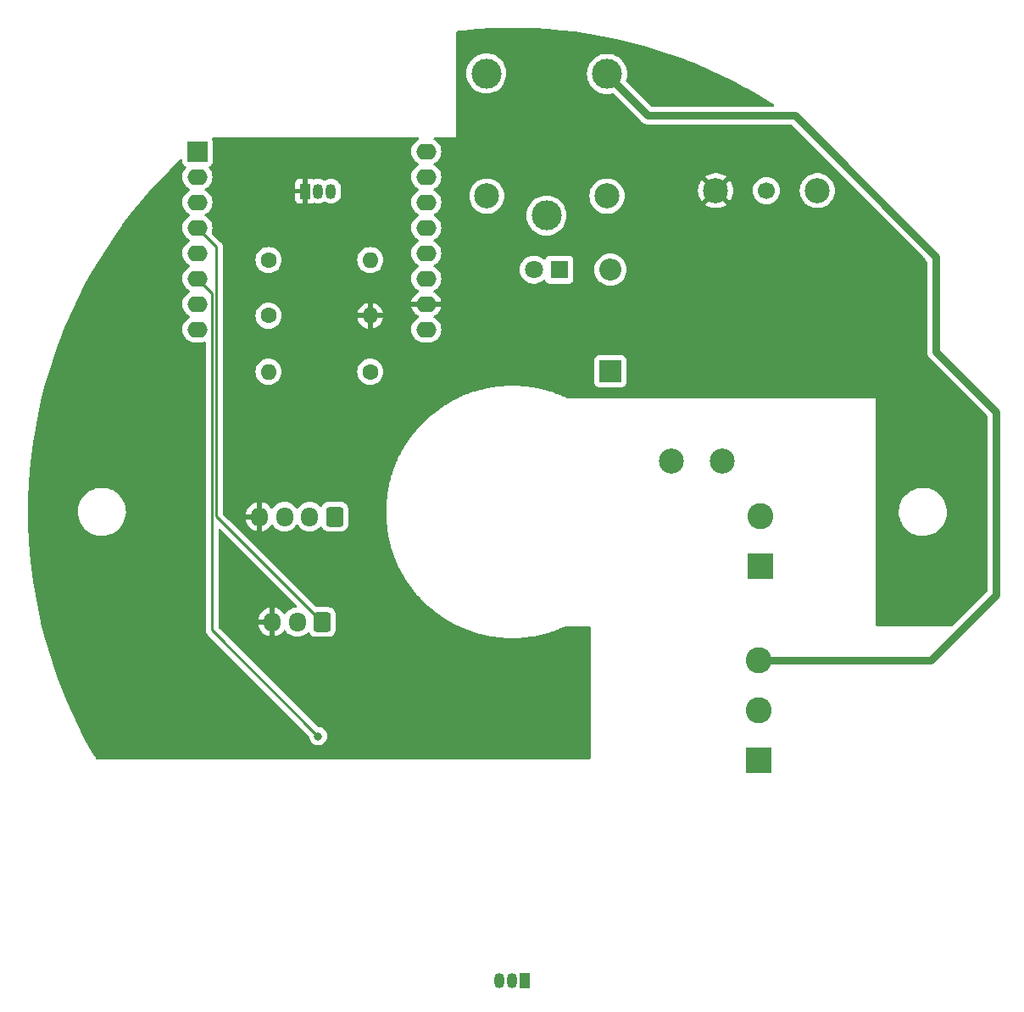
<source format=gbr>
%TF.GenerationSoftware,KiCad,Pcbnew,7.0.10*%
%TF.CreationDate,2025-11-30T18:16:02+01:00*%
%TF.ProjectId,open_thermostat,6f70656e-5f74-4686-9572-6d6f73746174,rev?*%
%TF.SameCoordinates,Original*%
%TF.FileFunction,Copper,L2,Bot*%
%TF.FilePolarity,Positive*%
%FSLAX46Y46*%
G04 Gerber Fmt 4.6, Leading zero omitted, Abs format (unit mm)*
G04 Created by KiCad (PCBNEW 7.0.10) date 2025-11-30 18:16:02*
%MOMM*%
%LPD*%
G01*
G04 APERTURE LIST*
G04 Aperture macros list*
%AMRoundRect*
0 Rectangle with rounded corners*
0 $1 Rounding radius*
0 $2 $3 $4 $5 $6 $7 $8 $9 X,Y pos of 4 corners*
0 Add a 4 corners polygon primitive as box body*
4,1,4,$2,$3,$4,$5,$6,$7,$8,$9,$2,$3,0*
0 Add four circle primitives for the rounded corners*
1,1,$1+$1,$2,$3*
1,1,$1+$1,$4,$5*
1,1,$1+$1,$6,$7*
1,1,$1+$1,$8,$9*
0 Add four rect primitives between the rounded corners*
20,1,$1+$1,$2,$3,$4,$5,0*
20,1,$1+$1,$4,$5,$6,$7,0*
20,1,$1+$1,$6,$7,$8,$9,0*
20,1,$1+$1,$8,$9,$2,$3,0*%
G04 Aperture macros list end*
%TA.AperFunction,ComponentPad*%
%ADD10C,1.700000*%
%TD*%
%TA.AperFunction,ComponentPad*%
%ADD11C,2.500000*%
%TD*%
%TA.AperFunction,ComponentPad*%
%ADD12R,1.050000X1.500000*%
%TD*%
%TA.AperFunction,ComponentPad*%
%ADD13O,1.050000X1.500000*%
%TD*%
%TA.AperFunction,ComponentPad*%
%ADD14C,1.600000*%
%TD*%
%TA.AperFunction,ComponentPad*%
%ADD15O,1.600000X1.600000*%
%TD*%
%TA.AperFunction,ComponentPad*%
%ADD16RoundRect,0.250000X0.600000X0.725000X-0.600000X0.725000X-0.600000X-0.725000X0.600000X-0.725000X0*%
%TD*%
%TA.AperFunction,ComponentPad*%
%ADD17O,1.700000X1.950000*%
%TD*%
%TA.AperFunction,ComponentPad*%
%ADD18R,2.600000X2.600000*%
%TD*%
%TA.AperFunction,ComponentPad*%
%ADD19C,2.600000*%
%TD*%
%TA.AperFunction,ComponentPad*%
%ADD20R,1.800000X1.800000*%
%TD*%
%TA.AperFunction,ComponentPad*%
%ADD21C,1.800000*%
%TD*%
%TA.AperFunction,ComponentPad*%
%ADD22R,2.000000X2.000000*%
%TD*%
%TA.AperFunction,ComponentPad*%
%ADD23O,2.000000X1.600000*%
%TD*%
%TA.AperFunction,ComponentPad*%
%ADD24R,2.200000X2.200000*%
%TD*%
%TA.AperFunction,ComponentPad*%
%ADD25O,2.200000X2.200000*%
%TD*%
%TA.AperFunction,ComponentPad*%
%ADD26C,3.000000*%
%TD*%
%TA.AperFunction,ViaPad*%
%ADD27C,0.800000*%
%TD*%
%TA.AperFunction,Conductor*%
%ADD28C,0.250000*%
%TD*%
%TA.AperFunction,Conductor*%
%ADD29C,0.750000*%
%TD*%
G04 APERTURE END LIST*
D10*
%TO.P,PS1,*%
%TO.N,*%
X125380000Y-67900000D03*
D11*
%TO.P,PS1,1,AC/N*%
%TO.N,Net-(J4-Pin_2)*%
X115920000Y-94900000D03*
%TO.P,PS1,2,AC/L*%
%TO.N,Net-(J4-Pin_1)*%
X121000000Y-94900000D03*
%TO.P,PS1,3,-Vo*%
%TO.N,GND*%
X120300000Y-67900000D03*
%TO.P,PS1,4,+Vo*%
%TO.N,5V*%
X130460000Y-67900000D03*
%TD*%
D12*
%TO.P,U2,1,GND*%
%TO.N,GND*%
X101200000Y-146800000D03*
D13*
%TO.P,U2,2,DQ*%
%TO.N,TEMP*%
X99930000Y-146800000D03*
%TO.P,U2,3,V_{DD}*%
%TO.N,5V*%
X98660000Y-146800000D03*
%TD*%
D14*
%TO.P,R1,1*%
%TO.N,OUT*%
X75640000Y-74833334D03*
D15*
%TO.P,R1,2*%
%TO.N,Net-(Q1-B)*%
X85800000Y-74833334D03*
%TD*%
D16*
%TO.P,J2,1,Pin_1*%
%TO.N,SDA*%
X82250000Y-100475000D03*
D17*
%TO.P,J2,2,Pin_2*%
%TO.N,SCL*%
X79750000Y-100475000D03*
%TO.P,J2,3,Pin_3*%
%TO.N,5V*%
X77250000Y-100475000D03*
%TO.P,J2,4,Pin_4*%
%TO.N,GND*%
X74750000Y-100475000D03*
%TD*%
D14*
%TO.P,R2,1*%
%TO.N,Net-(Q1-B)*%
X75640000Y-80400000D03*
D15*
%TO.P,R2,2*%
%TO.N,GND*%
X85800000Y-80400000D03*
%TD*%
D18*
%TO.P,J4,1,Pin_1*%
%TO.N,Net-(J4-Pin_1)*%
X124800000Y-105400000D03*
D19*
%TO.P,J4,2,Pin_2*%
%TO.N,Net-(J4-Pin_2)*%
X124800000Y-100400000D03*
%TD*%
D18*
%TO.P,J1,1,Pin_1*%
%TO.N,Net-(J1-Pin_1)*%
X124600000Y-124800000D03*
D19*
%TO.P,J1,2,Pin_2*%
%TO.N,Net-(J1-Pin_2)*%
X124600000Y-119800000D03*
%TO.P,J1,3,Pin_3*%
%TO.N,Net-(J1-Pin_3)*%
X124600000Y-114800000D03*
%TD*%
D20*
%TO.P,D2,1,K*%
%TO.N,Net-(D1-A)*%
X104675000Y-75800000D03*
D21*
%TO.P,D2,2,A*%
%TO.N,Net-(D2-A)*%
X102135000Y-75800000D03*
%TD*%
D14*
%TO.P,R4,1*%
%TO.N,Net-(D2-A)*%
X85800000Y-86000000D03*
D15*
%TO.P,R4,2*%
%TO.N,5V*%
X75640000Y-86000000D03*
%TD*%
D22*
%TO.P,U1,1,~{RST}*%
%TO.N,unconnected-(U1-~{RST}-Pad1)*%
X68540000Y-64000000D03*
D23*
%TO.P,U1,2,A0*%
%TO.N,unconnected-(U1-A0-Pad2)*%
X68540000Y-66540000D03*
%TO.P,U1,3,D0*%
%TO.N,unconnected-(U1-D0-Pad3)*%
X68540000Y-69080000D03*
%TO.P,U1,4,SCK/D5*%
%TO.N,LED*%
X68540000Y-71620000D03*
%TO.P,U1,5,MISO/D6*%
%TO.N,OUT*%
X68540000Y-74160000D03*
%TO.P,U1,6,MOSI/D7*%
%TO.N,BTN*%
X68540000Y-76700000D03*
%TO.P,U1,7,CS/D8*%
%TO.N,TEMP*%
X68540000Y-79240000D03*
%TO.P,U1,8,3V3*%
%TO.N,unconnected-(U1-3V3-Pad8)*%
X68540000Y-81780000D03*
%TO.P,U1,9,5V*%
%TO.N,5V*%
X91400000Y-81780000D03*
%TO.P,U1,10,GND*%
%TO.N,GND*%
X91400000Y-79240000D03*
%TO.P,U1,11,D4*%
%TO.N,unconnected-(U1-D4-Pad11)*%
X91400000Y-76700000D03*
%TO.P,U1,12,D3*%
%TO.N,unconnected-(U1-D3-Pad12)*%
X91400000Y-74160000D03*
%TO.P,U1,13,SDA/D2*%
%TO.N,SDA*%
X91400000Y-71620000D03*
%TO.P,U1,14,SCL/D1*%
%TO.N,SCL*%
X91400000Y-69080000D03*
%TO.P,U1,15,RX*%
%TO.N,unconnected-(U1-RX-Pad15)*%
X91400000Y-66540000D03*
%TO.P,U1,16,TX*%
%TO.N,unconnected-(U1-TX-Pad16)*%
X91400000Y-64000000D03*
%TD*%
D12*
%TO.P,Q1,1,E*%
%TO.N,GND*%
X79330000Y-67960000D03*
D13*
%TO.P,Q1,2,B*%
%TO.N,Net-(Q1-B)*%
X80600000Y-67960000D03*
%TO.P,Q1,3,C*%
%TO.N,Net-(D1-A)*%
X81870000Y-67960000D03*
%TD*%
D24*
%TO.P,D1,1,K*%
%TO.N,5V*%
X109800000Y-85960000D03*
D25*
%TO.P,D1,2,A*%
%TO.N,Net-(D1-A)*%
X109800000Y-75800000D03*
%TD*%
D26*
%TO.P,K1,1*%
%TO.N,Net-(J1-Pin_2)*%
X103400000Y-70400000D03*
D11*
%TO.P,K1,2*%
%TO.N,Net-(D1-A)*%
X109450000Y-68450000D03*
D26*
%TO.P,K1,3*%
%TO.N,Net-(J1-Pin_3)*%
X109450000Y-56250000D03*
%TO.P,K1,4*%
%TO.N,Net-(J1-Pin_1)*%
X97400000Y-56200000D03*
D11*
%TO.P,K1,5*%
%TO.N,5V*%
X97450000Y-68450000D03*
%TD*%
D16*
%TO.P,J3,1,Pin_1*%
%TO.N,LED*%
X81000000Y-111000000D03*
D17*
%TO.P,J3,2,Pin_2*%
%TO.N,5V*%
X78500000Y-111000000D03*
%TO.P,J3,3,Pin_3*%
%TO.N,GND*%
X76000000Y-111000000D03*
%TD*%
D27*
%TO.N,GND*%
X80600000Y-124000000D03*
X124200000Y-64600000D03*
X104000000Y-118000000D03*
X96000000Y-118000000D03*
%TO.N,BTN*%
X80600000Y-122400000D03*
%TD*%
D28*
%TO.N,GND*%
X91400000Y-79240000D02*
X91400000Y-79400000D01*
X91360000Y-79200000D02*
X91400000Y-79240000D01*
%TO.N,LED*%
X70450000Y-100450000D02*
X81000000Y-111000000D01*
X70450000Y-73530000D02*
X70450000Y-100450000D01*
X68540000Y-71620000D02*
X70450000Y-73530000D01*
%TO.N,BTN*%
X80600000Y-122400000D02*
X70000000Y-111800000D01*
X70000000Y-111800000D02*
X70000000Y-78160000D01*
X70000000Y-78160000D02*
X68540000Y-76700000D01*
D29*
%TO.N,Net-(J1-Pin_3)*%
X148306498Y-108293502D02*
X148306498Y-90006498D01*
X109450000Y-56350000D02*
X109450000Y-56250000D01*
X113500000Y-60400000D02*
X109450000Y-56350000D01*
X148306498Y-90006498D02*
X142306498Y-84006498D01*
X128200000Y-60400000D02*
X113500000Y-60400000D01*
X141800000Y-114800000D02*
X148306498Y-108293502D01*
X124600000Y-114800000D02*
X141800000Y-114800000D01*
X142306498Y-74506498D02*
X128200000Y-60400000D01*
X142306498Y-84006498D02*
X142306498Y-74506498D01*
%TD*%
%TA.AperFunction,Conductor*%
%TO.N,GND*%
G36*
X100698783Y-51638970D02*
G01*
X102088553Y-51679037D01*
X102092124Y-51679191D01*
X102166112Y-51683460D01*
X103480242Y-51759296D01*
X103483734Y-51759548D01*
X104869023Y-51879627D01*
X104872471Y-51879976D01*
X106253696Y-52039924D01*
X106257184Y-52040379D01*
X107633253Y-52240068D01*
X107636714Y-52240622D01*
X109006346Y-52479865D01*
X109009853Y-52480529D01*
X110372090Y-52759156D01*
X110375542Y-52759914D01*
X111729137Y-53077672D01*
X111732549Y-53078524D01*
X113076533Y-53435186D01*
X113079880Y-53436127D01*
X114412943Y-53831346D01*
X114416343Y-53832408D01*
X115737445Y-54265873D01*
X115740824Y-54267036D01*
X117048878Y-54738391D01*
X117052222Y-54739651D01*
X117367095Y-54863478D01*
X118346157Y-55248508D01*
X118349418Y-55249845D01*
X119628183Y-55795793D01*
X119631435Y-55797237D01*
X120893919Y-56379801D01*
X120897083Y-56381317D01*
X121769964Y-56815037D01*
X122142238Y-57000014D01*
X122145414Y-57001649D01*
X123198633Y-57563387D01*
X123372239Y-57655980D01*
X123375359Y-57657703D01*
X124582812Y-58347114D01*
X124585862Y-58348915D01*
X125772957Y-59072842D01*
X125775913Y-59074703D01*
X126117148Y-59296537D01*
X126162626Y-59349580D01*
X126172207Y-59418790D01*
X126142849Y-59482193D01*
X126083874Y-59519659D01*
X126049563Y-59524500D01*
X113914006Y-59524500D01*
X113846967Y-59504815D01*
X113826325Y-59488181D01*
X111370632Y-57032488D01*
X111337147Y-56971165D01*
X111342130Y-56901478D01*
X111374369Y-56815046D01*
X111435196Y-56535428D01*
X111455610Y-56250000D01*
X111435196Y-55964572D01*
X111398480Y-55795793D01*
X111374371Y-55684962D01*
X111374370Y-55684960D01*
X111374369Y-55684954D01*
X111274367Y-55416839D01*
X111239672Y-55353301D01*
X111137229Y-55165690D01*
X111137224Y-55165682D01*
X110965745Y-54936612D01*
X110965729Y-54936594D01*
X110763405Y-54734270D01*
X110763387Y-54734254D01*
X110534317Y-54562775D01*
X110534309Y-54562770D01*
X110283166Y-54425635D01*
X110283167Y-54425635D01*
X110175915Y-54385632D01*
X110015046Y-54325631D01*
X110015043Y-54325630D01*
X110015037Y-54325628D01*
X109735433Y-54264804D01*
X109450001Y-54244390D01*
X109449999Y-54244390D01*
X109164566Y-54264804D01*
X108884962Y-54325628D01*
X108616833Y-54425635D01*
X108365690Y-54562770D01*
X108365682Y-54562775D01*
X108136612Y-54734254D01*
X108136594Y-54734270D01*
X107934270Y-54936594D01*
X107934254Y-54936612D01*
X107762775Y-55165682D01*
X107762770Y-55165690D01*
X107625635Y-55416833D01*
X107525628Y-55684962D01*
X107464804Y-55964566D01*
X107444390Y-56249998D01*
X107444390Y-56250001D01*
X107464804Y-56535433D01*
X107525628Y-56815037D01*
X107625635Y-57083166D01*
X107762770Y-57334309D01*
X107762775Y-57334317D01*
X107934254Y-57563387D01*
X107934270Y-57563405D01*
X108136594Y-57765729D01*
X108136612Y-57765745D01*
X108365682Y-57937224D01*
X108365690Y-57937229D01*
X108616833Y-58074364D01*
X108616832Y-58074364D01*
X108616836Y-58074365D01*
X108616839Y-58074367D01*
X108884954Y-58174369D01*
X108884960Y-58174370D01*
X108884962Y-58174371D01*
X109164566Y-58235195D01*
X109164568Y-58235195D01*
X109164572Y-58235196D01*
X109418220Y-58253337D01*
X109449999Y-58255610D01*
X109450000Y-58255610D01*
X109450001Y-58255610D01*
X109478595Y-58253564D01*
X109735428Y-58235196D01*
X109735433Y-58235195D01*
X109966280Y-58184978D01*
X110035972Y-58189962D01*
X110080319Y-58218463D01*
X112852199Y-60990343D01*
X112859026Y-60997749D01*
X112894361Y-61039350D01*
X112894368Y-61039355D01*
X112894369Y-61039357D01*
X112959428Y-61088813D01*
X112962012Y-61090832D01*
X112989099Y-61112606D01*
X113025702Y-61142030D01*
X113025872Y-61142114D01*
X113045814Y-61154483D01*
X113045971Y-61154602D01*
X113120143Y-61188917D01*
X113123120Y-61190344D01*
X113196307Y-61226641D01*
X113196481Y-61226684D01*
X113218626Y-61234480D01*
X113218803Y-61234562D01*
X113298579Y-61252121D01*
X113301827Y-61252882D01*
X113381111Y-61272600D01*
X113381284Y-61272604D01*
X113404602Y-61275460D01*
X113404784Y-61275500D01*
X113486463Y-61275500D01*
X113489821Y-61275545D01*
X113571473Y-61277757D01*
X113571655Y-61277721D01*
X113595023Y-61275500D01*
X127785994Y-61275500D01*
X127853033Y-61295185D01*
X127873675Y-61311819D01*
X141136561Y-74574705D01*
X141153806Y-74596306D01*
X141292471Y-74816486D01*
X141294331Y-74819537D01*
X141313568Y-74852129D01*
X141413784Y-75021920D01*
X141430998Y-75084948D01*
X141430998Y-83965876D01*
X141430589Y-83975940D01*
X141426158Y-84030343D01*
X141437186Y-84111288D01*
X141437594Y-84114618D01*
X141446425Y-84195814D01*
X141446427Y-84195825D01*
X141446488Y-84196004D01*
X141451838Y-84218829D01*
X141451864Y-84219023D01*
X141451867Y-84219035D01*
X141480038Y-84295717D01*
X141481153Y-84298883D01*
X141507229Y-84376274D01*
X141507232Y-84376280D01*
X141507330Y-84376443D01*
X141517467Y-84397597D01*
X141517534Y-84397781D01*
X141517538Y-84397788D01*
X141561544Y-84466637D01*
X141563313Y-84469488D01*
X141605410Y-84539453D01*
X141605540Y-84539590D01*
X141619990Y-84558073D01*
X141620098Y-84558242D01*
X141677893Y-84616037D01*
X141680200Y-84618408D01*
X141736364Y-84677701D01*
X141736366Y-84677702D01*
X141736369Y-84677705D01*
X141736526Y-84677812D01*
X141754619Y-84692763D01*
X147361603Y-90299747D01*
X147395088Y-90361070D01*
X147395752Y-90364333D01*
X147428828Y-90538811D01*
X147430998Y-90561906D01*
X147430998Y-107879496D01*
X147411313Y-107946535D01*
X147394679Y-107967177D01*
X143998175Y-111363681D01*
X143936852Y-111397166D01*
X143910494Y-111400000D01*
X136424000Y-111400000D01*
X136356961Y-111380315D01*
X136311206Y-111327511D01*
X136300000Y-111276000D01*
X136300000Y-99922903D01*
X138595793Y-99922903D01*
X138605672Y-100230970D01*
X138605672Y-100230975D01*
X138605673Y-100230978D01*
X138654867Y-100535261D01*
X138705781Y-100706805D01*
X138742571Y-100830763D01*
X138867333Y-101112601D01*
X138867337Y-101112609D01*
X139027123Y-101376193D01*
X139027127Y-101376198D01*
X139027133Y-101376207D01*
X139219297Y-101617174D01*
X139219299Y-101617176D01*
X139219303Y-101617180D01*
X139219304Y-101617181D01*
X139440724Y-101831614D01*
X139606933Y-101955659D01*
X139687741Y-102015968D01*
X139687743Y-102015969D01*
X139687747Y-102015972D01*
X139956318Y-102167228D01*
X140097057Y-102224207D01*
X140242018Y-102282897D01*
X140242023Y-102282898D01*
X140242025Y-102282899D01*
X140540179Y-102361084D01*
X140845883Y-102400500D01*
X140845890Y-102400500D01*
X141076971Y-102400500D01*
X141076974Y-102400500D01*
X141076978Y-102400499D01*
X141076996Y-102400499D01*
X141179700Y-102393904D01*
X141307601Y-102385693D01*
X141610151Y-102326772D01*
X141902683Y-102229644D01*
X141902689Y-102229640D01*
X141902693Y-102229640D01*
X142148028Y-102111493D01*
X142180393Y-102095907D01*
X142438720Y-101927754D01*
X142673424Y-101727948D01*
X142880650Y-101499769D01*
X143056996Y-101246963D01*
X143199567Y-100973683D01*
X143306020Y-100684415D01*
X143374609Y-100383908D01*
X143404206Y-100077098D01*
X143401733Y-99999992D01*
X143394327Y-99769029D01*
X143394327Y-99769022D01*
X143345133Y-99464739D01*
X143257431Y-99169244D01*
X143257429Y-99169239D01*
X143257428Y-99169236D01*
X143132666Y-98887398D01*
X143132663Y-98887391D01*
X142972877Y-98623807D01*
X142972870Y-98623799D01*
X142972866Y-98623792D01*
X142780702Y-98382825D01*
X142780700Y-98382823D01*
X142559279Y-98168389D01*
X142559276Y-98168386D01*
X142430450Y-98072241D01*
X142312258Y-97984031D01*
X142312253Y-97984028D01*
X142043682Y-97832772D01*
X142006383Y-97817671D01*
X141757981Y-97717102D01*
X141590660Y-97673226D01*
X141459821Y-97638916D01*
X141154117Y-97599500D01*
X140923026Y-97599500D01*
X140923003Y-97599500D01*
X140692406Y-97614306D01*
X140692389Y-97614308D01*
X140389854Y-97673226D01*
X140389849Y-97673228D01*
X140097310Y-97770358D01*
X140097306Y-97770359D01*
X139819613Y-97904089D01*
X139819605Y-97904094D01*
X139561286Y-98072241D01*
X139561276Y-98072248D01*
X139326581Y-98272046D01*
X139326571Y-98272056D01*
X139119354Y-98500225D01*
X139119350Y-98500229D01*
X138943005Y-98753033D01*
X138943003Y-98753037D01*
X138800432Y-99026319D01*
X138800429Y-99026326D01*
X138693981Y-99315580D01*
X138693979Y-99315590D01*
X138625391Y-99616089D01*
X138595794Y-99922902D01*
X138595793Y-99922903D01*
X136300000Y-99922903D01*
X136300000Y-88700000D01*
X105610020Y-88700000D01*
X105553107Y-88686167D01*
X105469317Y-88642880D01*
X105469283Y-88642864D01*
X105212547Y-88527982D01*
X105209393Y-88526517D01*
X105147433Y-88496678D01*
X105147401Y-88496664D01*
X105083821Y-88470327D01*
X105080629Y-88468952D01*
X104823901Y-88354074D01*
X104561100Y-88253757D01*
X104557868Y-88252471D01*
X104494311Y-88226145D01*
X104494312Y-88226145D01*
X104429385Y-88203426D01*
X104426119Y-88202232D01*
X104221354Y-88124070D01*
X104163319Y-88101917D01*
X103895281Y-88016485D01*
X103892036Y-88015401D01*
X103827080Y-87992672D01*
X103827056Y-87992665D01*
X103827050Y-87992663D01*
X103760984Y-87973629D01*
X103757658Y-87972620D01*
X103489661Y-87887202D01*
X103489652Y-87887200D01*
X103489639Y-87887196D01*
X103217258Y-87816934D01*
X103213924Y-87816024D01*
X103192948Y-87809981D01*
X103147803Y-87796975D01*
X103117571Y-87790074D01*
X103080724Y-87781664D01*
X103077347Y-87780843D01*
X102898812Y-87734790D01*
X102804979Y-87710586D01*
X102804969Y-87710584D01*
X102804963Y-87710582D01*
X102529103Y-87655710D01*
X102525703Y-87654984D01*
X102458633Y-87639676D01*
X102458613Y-87639672D01*
X102390771Y-87628145D01*
X102387352Y-87627514D01*
X102111533Y-87572650D01*
X102111470Y-87572639D01*
X101832983Y-87533323D01*
X101829548Y-87532789D01*
X101761720Y-87521265D01*
X101761664Y-87521257D01*
X101693328Y-87513558D01*
X101689878Y-87513120D01*
X101411378Y-87473802D01*
X101411374Y-87473801D01*
X101131074Y-87450159D01*
X101127612Y-87449818D01*
X101059258Y-87442116D01*
X101059249Y-87442115D01*
X101059245Y-87442115D01*
X101043950Y-87441256D01*
X100990529Y-87438255D01*
X100987063Y-87438011D01*
X100724037Y-87415826D01*
X100706798Y-87414372D01*
X100706784Y-87414371D01*
X100425654Y-87406482D01*
X100422184Y-87406336D01*
X100353458Y-87402478D01*
X100353452Y-87402478D01*
X100284614Y-87402478D01*
X100281136Y-87402429D01*
X100000007Y-87394541D01*
X99999993Y-87394541D01*
X99718864Y-87402429D01*
X99715386Y-87402478D01*
X99646541Y-87402478D01*
X99577814Y-87406336D01*
X99574344Y-87406482D01*
X99293215Y-87414371D01*
X99293194Y-87414373D01*
X99012935Y-87438011D01*
X99009469Y-87438255D01*
X98952326Y-87441465D01*
X98940755Y-87442115D01*
X98940751Y-87442115D01*
X98940741Y-87442116D01*
X98940732Y-87442117D01*
X98872388Y-87449817D01*
X98868928Y-87450158D01*
X98588625Y-87473801D01*
X98588621Y-87473802D01*
X98310120Y-87513120D01*
X98306670Y-87513558D01*
X98238335Y-87521257D01*
X98238279Y-87521265D01*
X98170451Y-87532789D01*
X98167016Y-87533323D01*
X97888529Y-87572639D01*
X97888466Y-87572650D01*
X97612646Y-87627514D01*
X97609227Y-87628145D01*
X97541389Y-87639671D01*
X97474301Y-87654983D01*
X97470903Y-87655708D01*
X97195030Y-87710584D01*
X97195021Y-87710586D01*
X96922650Y-87780843D01*
X96919274Y-87781664D01*
X96852203Y-87796973D01*
X96852173Y-87796981D01*
X96786081Y-87816021D01*
X96782729Y-87816936D01*
X96510382Y-87887190D01*
X96510338Y-87887202D01*
X96242340Y-87972620D01*
X96239015Y-87973629D01*
X96172940Y-87992665D01*
X96172899Y-87992679D01*
X96107978Y-88015395D01*
X96104681Y-88016497D01*
X95836689Y-88101914D01*
X95836673Y-88101919D01*
X95573888Y-88202228D01*
X95570625Y-88203422D01*
X95505679Y-88226148D01*
X95442097Y-88252484D01*
X95438868Y-88253769D01*
X95176091Y-88354077D01*
X94919338Y-88468965D01*
X94916148Y-88470340D01*
X94865130Y-88491473D01*
X94852590Y-88496668D01*
X94852586Y-88496670D01*
X94852566Y-88496678D01*
X94790589Y-88526524D01*
X94787438Y-88527988D01*
X94530689Y-88642876D01*
X94530682Y-88642880D01*
X94280784Y-88771981D01*
X94277673Y-88773534D01*
X94215691Y-88803383D01*
X94215668Y-88803395D01*
X94155490Y-88836653D01*
X94152426Y-88838291D01*
X93902498Y-88967408D01*
X93660228Y-89110318D01*
X93657212Y-89112041D01*
X93596984Y-89145330D01*
X93538728Y-89181934D01*
X93535759Y-89183742D01*
X93343759Y-89297000D01*
X93293491Y-89326653D01*
X93239957Y-89362423D01*
X93059606Y-89482929D01*
X93056690Y-89484819D01*
X92998422Y-89521432D01*
X92942316Y-89561241D01*
X92939453Y-89563213D01*
X92705584Y-89719480D01*
X92705570Y-89719489D01*
X92480856Y-89888604D01*
X92478049Y-89890656D01*
X92421912Y-89930487D01*
X92368127Y-89973379D01*
X92365380Y-89975508D01*
X92140611Y-90144665D01*
X92140610Y-90144666D01*
X91925713Y-90326131D01*
X91923026Y-90328336D01*
X91869232Y-90371236D01*
X91869216Y-90371249D01*
X91817924Y-90417086D01*
X91815301Y-90419365D01*
X91600390Y-90600843D01*
X91395983Y-90794093D01*
X91393422Y-90796447D01*
X91342127Y-90842286D01*
X91293518Y-90890895D01*
X91291026Y-90893318D01*
X91086595Y-91086592D01*
X91086592Y-91086595D01*
X90893318Y-91291026D01*
X90890895Y-91293518D01*
X90842286Y-91342127D01*
X90796447Y-91393422D01*
X90794093Y-91395983D01*
X90600843Y-91600390D01*
X90419365Y-91815301D01*
X90417086Y-91817924D01*
X90371249Y-91869216D01*
X90371236Y-91869232D01*
X90328336Y-91923026D01*
X90326131Y-91925713D01*
X90144666Y-92140610D01*
X90144665Y-92140611D01*
X89975508Y-92365380D01*
X89973379Y-92368127D01*
X89930487Y-92421912D01*
X89890656Y-92478049D01*
X89888604Y-92480856D01*
X89719489Y-92705570D01*
X89719480Y-92705584D01*
X89563213Y-92939453D01*
X89561241Y-92942316D01*
X89521432Y-92998422D01*
X89484819Y-93056690D01*
X89482929Y-93059606D01*
X89362423Y-93239957D01*
X89326653Y-93293491D01*
X89297000Y-93343759D01*
X89183742Y-93535759D01*
X89181934Y-93538728D01*
X89145330Y-93596984D01*
X89112041Y-93657212D01*
X89110318Y-93660228D01*
X88967408Y-93902498D01*
X88838291Y-94152426D01*
X88836653Y-94155490D01*
X88803395Y-94215668D01*
X88803383Y-94215691D01*
X88773534Y-94277673D01*
X88771981Y-94280784D01*
X88642880Y-94530682D01*
X88642876Y-94530689D01*
X88527988Y-94787438D01*
X88526524Y-94790589D01*
X88496678Y-94852566D01*
X88496670Y-94852586D01*
X88470340Y-94916148D01*
X88468965Y-94919338D01*
X88354077Y-95176091D01*
X88253769Y-95438868D01*
X88252484Y-95442097D01*
X88226148Y-95505679D01*
X88203422Y-95570625D01*
X88202228Y-95573888D01*
X88101919Y-95836673D01*
X88101914Y-95836689D01*
X88016497Y-96104681D01*
X88015395Y-96107978D01*
X87992679Y-96172899D01*
X87992665Y-96172940D01*
X87973629Y-96239015D01*
X87972620Y-96242340D01*
X87887202Y-96510338D01*
X87887190Y-96510382D01*
X87816936Y-96782729D01*
X87816021Y-96786081D01*
X87796981Y-96852173D01*
X87796973Y-96852203D01*
X87781664Y-96919274D01*
X87780843Y-96922650D01*
X87710586Y-97195021D01*
X87710584Y-97195030D01*
X87655708Y-97470903D01*
X87654983Y-97474301D01*
X87639671Y-97541389D01*
X87628145Y-97609227D01*
X87627514Y-97612646D01*
X87572650Y-97888466D01*
X87572639Y-97888529D01*
X87533323Y-98167016D01*
X87532789Y-98170451D01*
X87521265Y-98238279D01*
X87521257Y-98238335D01*
X87513558Y-98306670D01*
X87513120Y-98310120D01*
X87473802Y-98588621D01*
X87473801Y-98588625D01*
X87450158Y-98868928D01*
X87449817Y-98872388D01*
X87442117Y-98940732D01*
X87442116Y-98940741D01*
X87438255Y-99009469D01*
X87438011Y-99012935D01*
X87414373Y-99293194D01*
X87414371Y-99293215D01*
X87406482Y-99574344D01*
X87406336Y-99577814D01*
X87402478Y-99646541D01*
X87402478Y-99715386D01*
X87402429Y-99718864D01*
X87394541Y-99999992D01*
X87394541Y-100000007D01*
X87402429Y-100281134D01*
X87402478Y-100284612D01*
X87402478Y-100353458D01*
X87406336Y-100422184D01*
X87406482Y-100425654D01*
X87414371Y-100706784D01*
X87414373Y-100706805D01*
X87438011Y-100987063D01*
X87438255Y-100990529D01*
X87442116Y-101059258D01*
X87449818Y-101127612D01*
X87450159Y-101131074D01*
X87473801Y-101411374D01*
X87473802Y-101411378D01*
X87513120Y-101689878D01*
X87513558Y-101693328D01*
X87521257Y-101761664D01*
X87521265Y-101761720D01*
X87532789Y-101829548D01*
X87533323Y-101832983D01*
X87572639Y-102111470D01*
X87572650Y-102111533D01*
X87627514Y-102387352D01*
X87628145Y-102390771D01*
X87639672Y-102458613D01*
X87639676Y-102458633D01*
X87654984Y-102525703D01*
X87655710Y-102529103D01*
X87710582Y-102804963D01*
X87710584Y-102804969D01*
X87710586Y-102804979D01*
X87734790Y-102898812D01*
X87780843Y-103077347D01*
X87781664Y-103080724D01*
X87790074Y-103117571D01*
X87796975Y-103147803D01*
X87796976Y-103147805D01*
X87816024Y-103213924D01*
X87816934Y-103217258D01*
X87887196Y-103489639D01*
X87887200Y-103489651D01*
X87887202Y-103489661D01*
X87972620Y-103757658D01*
X87973629Y-103760984D01*
X87992663Y-103827050D01*
X87992672Y-103827080D01*
X88015401Y-103892036D01*
X88016491Y-103895297D01*
X88101914Y-104163310D01*
X88101915Y-104163313D01*
X88202232Y-104426119D01*
X88203426Y-104429385D01*
X88226145Y-104494311D01*
X88252471Y-104557868D01*
X88253757Y-104561100D01*
X88354074Y-104823901D01*
X88468952Y-105080629D01*
X88470327Y-105083821D01*
X88496664Y-105147401D01*
X88496678Y-105147433D01*
X88526517Y-105209393D01*
X88527982Y-105212547D01*
X88642864Y-105469283D01*
X88642873Y-105469302D01*
X88771987Y-105719227D01*
X88773540Y-105722340D01*
X88803383Y-105784309D01*
X88825025Y-105823469D01*
X88836661Y-105844522D01*
X88838299Y-105847588D01*
X88967408Y-106097501D01*
X89110326Y-106339784D01*
X89112050Y-106342802D01*
X89145329Y-106403014D01*
X89181911Y-106461235D01*
X89183720Y-106464204D01*
X89326654Y-106706511D01*
X89482922Y-106940382D01*
X89484813Y-106943300D01*
X89521423Y-107001563D01*
X89521424Y-107001565D01*
X89561235Y-107057673D01*
X89563208Y-107060538D01*
X89719480Y-107294416D01*
X89719489Y-107294429D01*
X89888599Y-107519136D01*
X89890651Y-107521943D01*
X89930487Y-107578086D01*
X89945939Y-107597462D01*
X89973406Y-107631906D01*
X89975534Y-107634653D01*
X90144665Y-107859388D01*
X90144669Y-107859392D01*
X90326143Y-108074300D01*
X90328316Y-108076948D01*
X90371235Y-108130766D01*
X90417102Y-108182091D01*
X90419349Y-108184678D01*
X90600835Y-108399601D01*
X90612927Y-108412391D01*
X90794130Y-108604057D01*
X90796438Y-108606568D01*
X90842279Y-108657864D01*
X90890894Y-108706479D01*
X90893319Y-108708972D01*
X91086594Y-108913406D01*
X91291026Y-109106679D01*
X91293519Y-109109104D01*
X91342136Y-109157721D01*
X91393437Y-109203566D01*
X91395936Y-109205863D01*
X91600396Y-109399162D01*
X91815339Y-109580665D01*
X91817888Y-109582880D01*
X91869234Y-109628765D01*
X91923066Y-109671695D01*
X91925688Y-109673847D01*
X91935686Y-109682289D01*
X92140607Y-109855331D01*
X92140628Y-109855347D01*
X92365366Y-110024480D01*
X92368094Y-110026593D01*
X92420558Y-110068432D01*
X92421919Y-110069517D01*
X92478055Y-110109347D01*
X92480863Y-110111400D01*
X92705570Y-110280510D01*
X92705600Y-110280531D01*
X92939459Y-110436790D01*
X92942288Y-110438738D01*
X92998438Y-110478578D01*
X92998448Y-110478584D01*
X92998455Y-110478589D01*
X93056696Y-110515184D01*
X93059588Y-110517058D01*
X93293491Y-110673347D01*
X93535762Y-110816259D01*
X93538732Y-110818068D01*
X93596986Y-110854671D01*
X93657194Y-110887947D01*
X93660214Y-110889672D01*
X93731471Y-110931705D01*
X93902501Y-111032593D01*
X94152434Y-111161711D01*
X94155451Y-111163323D01*
X94215691Y-111196617D01*
X94277730Y-111226493D01*
X94280727Y-111227989D01*
X94530696Y-111357126D01*
X94530714Y-111357134D01*
X94530716Y-111357135D01*
X94545345Y-111363681D01*
X94787456Y-111472019D01*
X94790549Y-111473454D01*
X94852590Y-111503332D01*
X94916186Y-111529674D01*
X94919310Y-111531019D01*
X95163795Y-111640420D01*
X95176100Y-111645926D01*
X95176112Y-111645931D01*
X95329634Y-111704533D01*
X95438903Y-111746243D01*
X95442077Y-111747505D01*
X95505685Y-111773853D01*
X95570687Y-111796598D01*
X95573845Y-111797753D01*
X95836681Y-111898083D01*
X96104739Y-111983520D01*
X96107942Y-111984591D01*
X96144556Y-111997403D01*
X96172908Y-112007324D01*
X96172911Y-112007324D01*
X96172920Y-112007328D01*
X96239083Y-112026389D01*
X96242298Y-112027364D01*
X96510361Y-112112804D01*
X96782819Y-112183085D01*
X96786003Y-112183955D01*
X96843710Y-112200580D01*
X96852193Y-112203024D01*
X96852195Y-112203024D01*
X96852197Y-112203025D01*
X96919292Y-112218339D01*
X96922602Y-112219142D01*
X97195021Y-112289414D01*
X97195026Y-112289415D01*
X97195030Y-112289416D01*
X97195036Y-112289417D01*
X97470919Y-112344293D01*
X97474243Y-112345003D01*
X97541378Y-112360326D01*
X97541386Y-112360327D01*
X97541389Y-112360328D01*
X97552719Y-112362253D01*
X97609264Y-112371860D01*
X97612571Y-112372470D01*
X97816377Y-112413009D01*
X97888470Y-112427350D01*
X97888479Y-112427351D01*
X97888507Y-112427357D01*
X98167145Y-112466694D01*
X98170361Y-112467194D01*
X98238295Y-112478737D01*
X98306780Y-112486453D01*
X98310032Y-112486866D01*
X98535354Y-112518676D01*
X98588627Y-112526198D01*
X98588631Y-112526198D01*
X98588636Y-112526199D01*
X98869004Y-112549847D01*
X98872288Y-112550170D01*
X98940755Y-112557885D01*
X99009510Y-112561746D01*
X99012892Y-112561984D01*
X99293206Y-112585628D01*
X99574403Y-112593517D01*
X99577748Y-112593658D01*
X99646548Y-112597522D01*
X99646565Y-112597522D01*
X99715386Y-112597522D01*
X99718864Y-112597571D01*
X99999993Y-112605459D01*
X100000000Y-112605459D01*
X100000007Y-112605459D01*
X100281136Y-112597571D01*
X100284614Y-112597522D01*
X100353435Y-112597522D01*
X100353452Y-112597522D01*
X100422260Y-112593657D01*
X100425589Y-112593517D01*
X100706794Y-112585628D01*
X100987117Y-112561983D01*
X100990484Y-112561746D01*
X101059245Y-112557885D01*
X101127725Y-112550169D01*
X101130982Y-112549848D01*
X101411364Y-112526199D01*
X101411371Y-112526198D01*
X101411373Y-112526198D01*
X101453311Y-112520277D01*
X101690011Y-112486860D01*
X101693179Y-112486457D01*
X101761705Y-112478737D01*
X101829629Y-112467196D01*
X101832930Y-112466683D01*
X102111493Y-112427357D01*
X102111524Y-112427350D01*
X102111529Y-112427350D01*
X102131803Y-112423317D01*
X102387509Y-112372453D01*
X102390614Y-112371881D01*
X102458622Y-112360326D01*
X102525799Y-112344993D01*
X102529050Y-112344299D01*
X102804979Y-112289414D01*
X103077451Y-112219129D01*
X103080619Y-112218359D01*
X103147803Y-112203025D01*
X103214049Y-112183939D01*
X103217141Y-112183095D01*
X103489639Y-112112804D01*
X103757740Y-112027352D01*
X103760896Y-112026395D01*
X103827080Y-112007328D01*
X103892120Y-111984569D01*
X103895195Y-111983541D01*
X104130923Y-111908408D01*
X104163301Y-111898089D01*
X104163303Y-111898087D01*
X104163319Y-111898083D01*
X104426137Y-111797759D01*
X104429329Y-111796592D01*
X104494315Y-111773853D01*
X104557960Y-111747490D01*
X104561057Y-111746258D01*
X104823900Y-111645926D01*
X105080719Y-111531006D01*
X105083750Y-111529700D01*
X105147410Y-111503332D01*
X105209504Y-111473428D01*
X105212428Y-111472070D01*
X105349324Y-111410813D01*
X105399968Y-111400000D01*
X107676000Y-111400000D01*
X107743039Y-111419685D01*
X107788794Y-111472489D01*
X107800000Y-111524000D01*
X107800000Y-124576000D01*
X107780315Y-124643039D01*
X107727511Y-124688794D01*
X107676000Y-124700000D01*
X58492884Y-124700000D01*
X58425845Y-124680315D01*
X58386097Y-124639029D01*
X58348895Y-124576000D01*
X57998939Y-123983085D01*
X57997174Y-123979994D01*
X57557861Y-123184151D01*
X57325227Y-122762720D01*
X57323558Y-122759589D01*
X57148854Y-122420347D01*
X56687003Y-121523519D01*
X56685413Y-121520319D01*
X56084717Y-120266364D01*
X56083220Y-120263119D01*
X55518927Y-118992411D01*
X55517524Y-118989125D01*
X54990078Y-117702667D01*
X54988770Y-117699341D01*
X54831347Y-117281459D01*
X54498610Y-116398203D01*
X54497422Y-116394907D01*
X54044937Y-115080113D01*
X54043845Y-115076783D01*
X53629458Y-113749558D01*
X53628445Y-113746142D01*
X53308070Y-112605459D01*
X53252471Y-112407502D01*
X53251559Y-112404061D01*
X53243664Y-112372483D01*
X52914328Y-111055182D01*
X52913535Y-111051805D01*
X52615295Y-109693680D01*
X52614594Y-109690252D01*
X52355625Y-108324127D01*
X52355022Y-108320675D01*
X52135531Y-106947676D01*
X52135030Y-106944228D01*
X51955189Y-105565404D01*
X51954787Y-105561938D01*
X51814757Y-104178518D01*
X51814456Y-104175045D01*
X51714354Y-102788193D01*
X51714155Y-102784743D01*
X51654060Y-101395581D01*
X51653958Y-101392025D01*
X51653393Y-101352795D01*
X51633921Y-100001734D01*
X51633921Y-99998265D01*
X51635007Y-99922903D01*
X56595793Y-99922903D01*
X56605672Y-100230970D01*
X56605672Y-100230975D01*
X56605673Y-100230978D01*
X56654867Y-100535261D01*
X56705781Y-100706805D01*
X56742571Y-100830763D01*
X56867333Y-101112601D01*
X56867337Y-101112609D01*
X57027123Y-101376193D01*
X57027127Y-101376198D01*
X57027133Y-101376207D01*
X57219297Y-101617174D01*
X57219299Y-101617176D01*
X57219303Y-101617180D01*
X57219304Y-101617181D01*
X57440724Y-101831614D01*
X57606933Y-101955659D01*
X57687741Y-102015968D01*
X57687743Y-102015969D01*
X57687747Y-102015972D01*
X57956318Y-102167228D01*
X58097057Y-102224207D01*
X58242018Y-102282897D01*
X58242023Y-102282898D01*
X58242025Y-102282899D01*
X58540179Y-102361084D01*
X58845883Y-102400500D01*
X58845890Y-102400500D01*
X59076971Y-102400500D01*
X59076974Y-102400500D01*
X59076978Y-102400499D01*
X59076996Y-102400499D01*
X59179700Y-102393904D01*
X59307601Y-102385693D01*
X59610151Y-102326772D01*
X59902683Y-102229644D01*
X59902689Y-102229640D01*
X59902693Y-102229640D01*
X60148028Y-102111493D01*
X60180393Y-102095907D01*
X60438720Y-101927754D01*
X60673424Y-101727948D01*
X60880650Y-101499769D01*
X61056996Y-101246963D01*
X61199567Y-100973683D01*
X61306020Y-100684415D01*
X61374609Y-100383908D01*
X61404206Y-100077098D01*
X61401733Y-99999992D01*
X61394327Y-99769029D01*
X61394327Y-99769022D01*
X61345133Y-99464739D01*
X61257431Y-99169244D01*
X61257429Y-99169239D01*
X61257428Y-99169236D01*
X61132666Y-98887398D01*
X61132663Y-98887391D01*
X60972877Y-98623807D01*
X60972870Y-98623799D01*
X60972866Y-98623792D01*
X60780702Y-98382825D01*
X60780700Y-98382823D01*
X60559279Y-98168389D01*
X60559276Y-98168386D01*
X60430450Y-98072241D01*
X60312258Y-97984031D01*
X60312253Y-97984028D01*
X60043682Y-97832772D01*
X60006383Y-97817671D01*
X59757981Y-97717102D01*
X59590660Y-97673226D01*
X59459821Y-97638916D01*
X59154117Y-97599500D01*
X58923026Y-97599500D01*
X58923003Y-97599500D01*
X58692406Y-97614306D01*
X58692389Y-97614308D01*
X58389854Y-97673226D01*
X58389849Y-97673228D01*
X58097310Y-97770358D01*
X58097306Y-97770359D01*
X57819613Y-97904089D01*
X57819605Y-97904094D01*
X57561286Y-98072241D01*
X57561276Y-98072248D01*
X57326581Y-98272046D01*
X57326571Y-98272056D01*
X57119354Y-98500225D01*
X57119350Y-98500229D01*
X56943005Y-98753033D01*
X56943003Y-98753037D01*
X56800432Y-99026319D01*
X56800429Y-99026326D01*
X56693981Y-99315580D01*
X56693979Y-99315590D01*
X56625391Y-99616089D01*
X56595794Y-99922902D01*
X56595793Y-99922903D01*
X51635007Y-99922903D01*
X51653958Y-98607955D01*
X51654061Y-98604402D01*
X51654744Y-98588621D01*
X51714155Y-97215252D01*
X51714354Y-97211810D01*
X51814457Y-95824947D01*
X51814756Y-95821487D01*
X51954788Y-94438053D01*
X51955188Y-94434602D01*
X52135031Y-93055762D01*
X52135530Y-93052333D01*
X52355024Y-91679312D01*
X52355622Y-91675884D01*
X52614597Y-90309734D01*
X52615292Y-90306333D01*
X52913538Y-88948179D01*
X52914324Y-88944832D01*
X53251567Y-87595905D01*
X53252466Y-87592514D01*
X53628453Y-86253828D01*
X53629452Y-86250460D01*
X54043851Y-84923196D01*
X54044930Y-84919907D01*
X54497429Y-83605070D01*
X54498602Y-83601818D01*
X54988773Y-82300650D01*
X54990078Y-82297332D01*
X55109238Y-82006697D01*
X55517536Y-81010844D01*
X55518914Y-81007617D01*
X56083245Y-79736825D01*
X56084692Y-79733688D01*
X56685426Y-78479652D01*
X56686989Y-78476507D01*
X57323585Y-77240358D01*
X57325211Y-77237307D01*
X57997197Y-76019962D01*
X57998921Y-76016943D01*
X58705717Y-74819453D01*
X58707508Y-74816518D01*
X59448508Y-73639914D01*
X59450405Y-73636997D01*
X60224982Y-72482267D01*
X60226959Y-72479409D01*
X61034516Y-71347447D01*
X61036598Y-71344617D01*
X61876404Y-70236447D01*
X61878533Y-70233720D01*
X62749941Y-69150191D01*
X62752211Y-69147451D01*
X62761106Y-69137021D01*
X63654464Y-68089506D01*
X63656775Y-68086874D01*
X64589109Y-67055405D01*
X64591541Y-67052791D01*
X64614711Y-67028597D01*
X65553243Y-66048585D01*
X65555742Y-66046051D01*
X65716833Y-65887265D01*
X66545990Y-65069970D01*
X66548500Y-65067567D01*
X66831038Y-64804688D01*
X66893523Y-64773436D01*
X66962990Y-64780927D01*
X67017379Y-64824786D01*
X67039422Y-64891088D01*
X67039500Y-64895472D01*
X67039500Y-65047869D01*
X67039501Y-65047876D01*
X67045908Y-65107483D01*
X67096202Y-65242328D01*
X67096206Y-65242335D01*
X67182452Y-65357544D01*
X67182455Y-65357547D01*
X67297664Y-65443793D01*
X67297669Y-65443796D01*
X67334913Y-65457687D01*
X67390846Y-65499556D01*
X67415265Y-65565020D01*
X67400414Y-65633293D01*
X67379263Y-65661549D01*
X67339954Y-65700858D01*
X67209432Y-65887265D01*
X67209431Y-65887267D01*
X67113261Y-66093502D01*
X67113258Y-66093511D01*
X67054366Y-66313302D01*
X67054364Y-66313313D01*
X67034532Y-66539998D01*
X67034532Y-66540001D01*
X67054364Y-66766686D01*
X67054366Y-66766697D01*
X67113258Y-66986488D01*
X67113261Y-66986497D01*
X67209431Y-67192732D01*
X67209432Y-67192734D01*
X67339954Y-67379141D01*
X67500858Y-67540045D01*
X67500861Y-67540047D01*
X67687266Y-67670568D01*
X67745275Y-67697618D01*
X67797714Y-67743791D01*
X67816866Y-67810984D01*
X67796650Y-67877865D01*
X67745275Y-67922382D01*
X67687267Y-67949431D01*
X67687265Y-67949432D01*
X67500858Y-68079954D01*
X67339954Y-68240858D01*
X67209432Y-68427265D01*
X67209431Y-68427267D01*
X67113261Y-68633502D01*
X67113258Y-68633511D01*
X67054366Y-68853302D01*
X67054364Y-68853313D01*
X67034532Y-69079998D01*
X67034532Y-69080001D01*
X67054364Y-69306686D01*
X67054366Y-69306697D01*
X67113258Y-69526488D01*
X67113261Y-69526497D01*
X67209431Y-69732732D01*
X67209432Y-69732734D01*
X67339954Y-69919141D01*
X67500858Y-70080045D01*
X67500861Y-70080047D01*
X67687266Y-70210568D01*
X67745275Y-70237618D01*
X67797714Y-70283791D01*
X67816866Y-70350984D01*
X67796650Y-70417865D01*
X67745275Y-70462382D01*
X67687267Y-70489431D01*
X67687265Y-70489432D01*
X67500858Y-70619954D01*
X67339954Y-70780858D01*
X67209432Y-70967265D01*
X67209431Y-70967267D01*
X67113261Y-71173502D01*
X67113258Y-71173511D01*
X67054366Y-71393302D01*
X67054364Y-71393313D01*
X67034532Y-71619998D01*
X67034532Y-71620001D01*
X67054364Y-71846686D01*
X67054366Y-71846697D01*
X67113258Y-72066488D01*
X67113261Y-72066497D01*
X67209431Y-72272732D01*
X67209432Y-72272734D01*
X67339954Y-72459141D01*
X67500858Y-72620045D01*
X67500861Y-72620047D01*
X67687266Y-72750568D01*
X67745275Y-72777618D01*
X67797714Y-72823791D01*
X67816866Y-72890984D01*
X67796650Y-72957865D01*
X67745275Y-73002382D01*
X67687267Y-73029431D01*
X67687265Y-73029432D01*
X67500858Y-73159954D01*
X67339954Y-73320858D01*
X67209432Y-73507265D01*
X67209431Y-73507267D01*
X67113261Y-73713502D01*
X67113258Y-73713511D01*
X67054366Y-73933302D01*
X67054364Y-73933313D01*
X67034532Y-74159998D01*
X67034532Y-74160001D01*
X67054364Y-74386686D01*
X67054366Y-74386697D01*
X67113258Y-74606488D01*
X67113261Y-74606497D01*
X67209431Y-74812732D01*
X67209432Y-74812734D01*
X67339954Y-74999141D01*
X67500858Y-75160045D01*
X67500861Y-75160047D01*
X67687266Y-75290568D01*
X67745275Y-75317618D01*
X67797714Y-75363791D01*
X67816866Y-75430984D01*
X67796650Y-75497865D01*
X67745275Y-75542382D01*
X67687267Y-75569431D01*
X67687265Y-75569432D01*
X67500858Y-75699954D01*
X67339954Y-75860858D01*
X67209432Y-76047265D01*
X67209431Y-76047267D01*
X67113261Y-76253502D01*
X67113258Y-76253511D01*
X67054366Y-76473302D01*
X67054364Y-76473313D01*
X67034532Y-76699998D01*
X67034532Y-76700001D01*
X67054364Y-76926686D01*
X67054366Y-76926697D01*
X67113258Y-77146488D01*
X67113261Y-77146497D01*
X67209431Y-77352732D01*
X67209432Y-77352734D01*
X67339954Y-77539141D01*
X67500858Y-77700045D01*
X67500861Y-77700047D01*
X67687266Y-77830568D01*
X67745275Y-77857618D01*
X67797714Y-77903791D01*
X67816866Y-77970984D01*
X67796650Y-78037865D01*
X67745275Y-78082382D01*
X67687267Y-78109431D01*
X67687265Y-78109432D01*
X67500858Y-78239954D01*
X67339954Y-78400858D01*
X67209432Y-78587265D01*
X67209431Y-78587267D01*
X67113261Y-78793502D01*
X67113258Y-78793511D01*
X67054366Y-79013302D01*
X67054364Y-79013313D01*
X67034532Y-79239998D01*
X67034532Y-79240001D01*
X67054364Y-79466686D01*
X67054366Y-79466697D01*
X67113258Y-79686488D01*
X67113261Y-79686497D01*
X67209431Y-79892732D01*
X67209432Y-79892734D01*
X67339954Y-80079141D01*
X67500858Y-80240045D01*
X67500861Y-80240047D01*
X67687266Y-80370568D01*
X67744681Y-80397341D01*
X67745275Y-80397618D01*
X67797714Y-80443791D01*
X67816866Y-80510984D01*
X67796650Y-80577865D01*
X67745275Y-80622382D01*
X67687267Y-80649431D01*
X67687265Y-80649432D01*
X67500858Y-80779954D01*
X67339954Y-80940858D01*
X67209432Y-81127265D01*
X67209431Y-81127267D01*
X67113261Y-81333502D01*
X67113258Y-81333511D01*
X67054366Y-81553302D01*
X67054364Y-81553313D01*
X67034532Y-81779998D01*
X67034532Y-81780001D01*
X67054364Y-82006686D01*
X67054366Y-82006697D01*
X67113258Y-82226488D01*
X67113261Y-82226497D01*
X67209431Y-82432732D01*
X67209432Y-82432734D01*
X67339954Y-82619141D01*
X67500858Y-82780045D01*
X67500861Y-82780047D01*
X67687266Y-82910568D01*
X67893504Y-83006739D01*
X68113308Y-83065635D01*
X68283214Y-83080499D01*
X68283215Y-83080500D01*
X68283216Y-83080500D01*
X68796785Y-83080500D01*
X68796785Y-83080499D01*
X68966692Y-83065635D01*
X69186496Y-83006739D01*
X69198095Y-83001329D01*
X69267172Y-82990838D01*
X69330956Y-83019357D01*
X69369196Y-83077834D01*
X69374500Y-83113712D01*
X69374500Y-111717255D01*
X69372775Y-111732872D01*
X69373061Y-111732899D01*
X69372326Y-111740665D01*
X69374439Y-111807872D01*
X69374500Y-111811767D01*
X69374500Y-111839357D01*
X69375003Y-111843335D01*
X69375918Y-111854967D01*
X69377290Y-111898624D01*
X69377291Y-111898627D01*
X69382880Y-111917867D01*
X69386824Y-111936911D01*
X69389336Y-111956792D01*
X69405414Y-111997403D01*
X69409197Y-112008452D01*
X69421381Y-112050388D01*
X69431580Y-112067634D01*
X69440138Y-112085103D01*
X69447514Y-112103732D01*
X69473181Y-112139060D01*
X69479593Y-112148821D01*
X69501828Y-112186417D01*
X69501833Y-112186424D01*
X69515990Y-112200580D01*
X69528628Y-112215376D01*
X69540405Y-112231586D01*
X69540406Y-112231587D01*
X69574057Y-112259425D01*
X69582698Y-112267288D01*
X79661038Y-122345628D01*
X79694523Y-122406951D01*
X79696678Y-122420347D01*
X79704139Y-122491338D01*
X79714326Y-122588256D01*
X79714327Y-122588259D01*
X79772818Y-122768277D01*
X79772821Y-122768284D01*
X79867467Y-122932216D01*
X79994129Y-123072888D01*
X80147265Y-123184148D01*
X80147270Y-123184151D01*
X80320192Y-123261142D01*
X80320197Y-123261144D01*
X80505354Y-123300500D01*
X80505355Y-123300500D01*
X80694644Y-123300500D01*
X80694646Y-123300500D01*
X80879803Y-123261144D01*
X81052730Y-123184151D01*
X81205871Y-123072888D01*
X81332533Y-122932216D01*
X81427179Y-122768284D01*
X81485674Y-122588256D01*
X81505460Y-122400000D01*
X81485674Y-122211744D01*
X81427179Y-122031716D01*
X81332533Y-121867784D01*
X81205871Y-121727112D01*
X81205870Y-121727111D01*
X81052734Y-121615851D01*
X81052729Y-121615848D01*
X80879807Y-121538857D01*
X80879802Y-121538855D01*
X80734001Y-121507865D01*
X80694646Y-121499500D01*
X80694645Y-121499500D01*
X80635452Y-121499500D01*
X80568413Y-121479815D01*
X80547771Y-121463181D01*
X70661819Y-111577228D01*
X70628334Y-111515905D01*
X70625500Y-111489547D01*
X70625500Y-101809452D01*
X70645185Y-101742413D01*
X70697989Y-101696658D01*
X70767147Y-101686714D01*
X70830703Y-101715739D01*
X70837181Y-101721771D01*
X78435876Y-109320467D01*
X78469361Y-109381790D01*
X78464377Y-109451482D01*
X78422505Y-109507415D01*
X78359004Y-109531676D01*
X78264596Y-109539936D01*
X78264586Y-109539938D01*
X78036344Y-109601094D01*
X78036335Y-109601098D01*
X77822171Y-109700964D01*
X77822169Y-109700965D01*
X77628597Y-109836505D01*
X77461508Y-110003594D01*
X77351269Y-110161032D01*
X77296692Y-110204656D01*
X77227193Y-110211849D01*
X77164839Y-110180327D01*
X77148119Y-110161031D01*
X77038113Y-110003926D01*
X77038108Y-110003920D01*
X76871082Y-109836894D01*
X76677578Y-109701399D01*
X76463492Y-109601570D01*
X76463486Y-109601567D01*
X76250000Y-109544364D01*
X76250000Y-110591981D01*
X76135199Y-110539554D01*
X76033975Y-110525000D01*
X75966025Y-110525000D01*
X75864801Y-110539554D01*
X75750000Y-110591981D01*
X75750000Y-109544364D01*
X75749999Y-109544364D01*
X75536513Y-109601567D01*
X75536507Y-109601570D01*
X75322422Y-109701399D01*
X75322420Y-109701400D01*
X75128926Y-109836886D01*
X75128920Y-109836891D01*
X74961891Y-110003920D01*
X74961886Y-110003926D01*
X74826400Y-110197420D01*
X74826399Y-110197422D01*
X74726570Y-110411507D01*
X74726566Y-110411516D01*
X74665432Y-110639673D01*
X74665430Y-110639683D01*
X74655779Y-110750000D01*
X75596031Y-110750000D01*
X75563481Y-110800649D01*
X75525000Y-110931705D01*
X75525000Y-111068295D01*
X75563481Y-111199351D01*
X75596031Y-111250000D01*
X74655779Y-111250000D01*
X74665430Y-111360316D01*
X74665432Y-111360326D01*
X74726566Y-111588483D01*
X74726570Y-111588492D01*
X74826399Y-111802577D01*
X74826400Y-111802579D01*
X74961886Y-111996073D01*
X74961891Y-111996079D01*
X75128917Y-112163105D01*
X75322421Y-112298600D01*
X75536507Y-112398429D01*
X75536516Y-112398433D01*
X75750000Y-112455634D01*
X75750000Y-111408018D01*
X75864801Y-111460446D01*
X75966025Y-111475000D01*
X76033975Y-111475000D01*
X76135199Y-111460446D01*
X76250000Y-111408018D01*
X76250000Y-112455633D01*
X76463483Y-112398433D01*
X76463492Y-112398429D01*
X76677577Y-112298600D01*
X76677579Y-112298599D01*
X76871073Y-112163113D01*
X76871079Y-112163108D01*
X77038108Y-111996079D01*
X77038113Y-111996073D01*
X77148119Y-111838967D01*
X77202695Y-111795342D01*
X77272194Y-111788148D01*
X77334549Y-111819670D01*
X77351269Y-111838967D01*
X77461505Y-111996402D01*
X77550207Y-112085103D01*
X77628599Y-112163495D01*
X77685054Y-112203025D01*
X77822165Y-112299032D01*
X77822167Y-112299033D01*
X77822170Y-112299035D01*
X78036337Y-112398903D01*
X78264592Y-112460063D01*
X78441034Y-112475500D01*
X78499999Y-112480659D01*
X78500000Y-112480659D01*
X78500001Y-112480659D01*
X78558966Y-112475500D01*
X78735408Y-112460063D01*
X78963663Y-112398903D01*
X79177829Y-112299035D01*
X79371401Y-112163495D01*
X79518602Y-112016293D01*
X79579924Y-111982810D01*
X79649615Y-111987794D01*
X79705549Y-112029665D01*
X79711821Y-112038879D01*
X79715186Y-112044334D01*
X79807288Y-112193656D01*
X79931344Y-112317712D01*
X80080666Y-112409814D01*
X80247203Y-112464999D01*
X80349991Y-112475500D01*
X81650008Y-112475499D01*
X81752797Y-112464999D01*
X81919334Y-112409814D01*
X82068656Y-112317712D01*
X82192712Y-112193656D01*
X82284814Y-112044334D01*
X82339999Y-111877797D01*
X82350500Y-111775009D01*
X82350499Y-110224992D01*
X82349156Y-110211849D01*
X82339999Y-110122203D01*
X82339998Y-110122200D01*
X82335739Y-110109347D01*
X82284814Y-109955666D01*
X82192712Y-109806344D01*
X82068656Y-109682288D01*
X81937786Y-109601567D01*
X81919336Y-109590187D01*
X81919331Y-109590185D01*
X81890508Y-109580634D01*
X81752797Y-109535001D01*
X81752795Y-109535000D01*
X81650016Y-109524500D01*
X81650009Y-109524500D01*
X80460453Y-109524500D01*
X80393414Y-109504815D01*
X80372772Y-109488181D01*
X71609591Y-100725000D01*
X73405779Y-100725000D01*
X73415430Y-100835316D01*
X73415432Y-100835326D01*
X73476566Y-101063483D01*
X73476570Y-101063492D01*
X73576399Y-101277577D01*
X73576400Y-101277579D01*
X73711886Y-101471073D01*
X73711891Y-101471079D01*
X73878917Y-101638105D01*
X74072421Y-101773600D01*
X74286507Y-101873429D01*
X74286516Y-101873433D01*
X74500000Y-101930634D01*
X74500000Y-100883018D01*
X74614801Y-100935446D01*
X74716025Y-100950000D01*
X74783975Y-100950000D01*
X74885199Y-100935446D01*
X75000000Y-100883018D01*
X75000000Y-101930633D01*
X75213483Y-101873433D01*
X75213492Y-101873429D01*
X75427577Y-101773600D01*
X75427579Y-101773599D01*
X75621073Y-101638113D01*
X75621079Y-101638108D01*
X75788108Y-101471079D01*
X75788113Y-101471073D01*
X75898119Y-101313967D01*
X75952695Y-101270342D01*
X76022194Y-101263148D01*
X76084549Y-101294670D01*
X76101269Y-101313967D01*
X76211505Y-101471402D01*
X76357278Y-101617174D01*
X76378599Y-101638495D01*
X76456909Y-101693328D01*
X76572165Y-101774032D01*
X76572167Y-101774033D01*
X76572170Y-101774035D01*
X76786337Y-101873903D01*
X77014592Y-101935063D01*
X77191034Y-101950500D01*
X77249999Y-101955659D01*
X77250000Y-101955659D01*
X77250001Y-101955659D01*
X77308966Y-101950500D01*
X77485408Y-101935063D01*
X77713663Y-101873903D01*
X77927829Y-101774035D01*
X78121401Y-101638495D01*
X78288495Y-101471401D01*
X78398426Y-101314401D01*
X78453001Y-101270778D01*
X78522500Y-101263584D01*
X78584855Y-101295106D01*
X78601571Y-101314398D01*
X78668999Y-101410696D01*
X78711506Y-101471403D01*
X78857278Y-101617174D01*
X78878599Y-101638495D01*
X78956909Y-101693328D01*
X79072165Y-101774032D01*
X79072167Y-101774033D01*
X79072170Y-101774035D01*
X79286337Y-101873903D01*
X79514592Y-101935063D01*
X79691034Y-101950500D01*
X79749999Y-101955659D01*
X79750000Y-101955659D01*
X79750001Y-101955659D01*
X79808966Y-101950500D01*
X79985408Y-101935063D01*
X80213663Y-101873903D01*
X80427829Y-101774035D01*
X80621401Y-101638495D01*
X80768602Y-101491293D01*
X80829924Y-101457810D01*
X80899615Y-101462794D01*
X80955549Y-101504665D01*
X80961821Y-101513879D01*
X80965186Y-101519334D01*
X81057288Y-101668656D01*
X81181344Y-101792712D01*
X81330666Y-101884814D01*
X81497203Y-101939999D01*
X81599991Y-101950500D01*
X82900008Y-101950499D01*
X83002797Y-101939999D01*
X83169334Y-101884814D01*
X83318656Y-101792712D01*
X83442712Y-101668656D01*
X83534814Y-101519334D01*
X83589999Y-101352797D01*
X83600500Y-101250009D01*
X83600499Y-99699992D01*
X83599156Y-99686849D01*
X83589999Y-99597203D01*
X83589998Y-99597200D01*
X83552104Y-99482845D01*
X83534814Y-99430666D01*
X83442712Y-99281344D01*
X83318656Y-99157288D01*
X83187786Y-99076567D01*
X83169336Y-99065187D01*
X83169331Y-99065185D01*
X83167862Y-99064698D01*
X83002797Y-99010001D01*
X83002795Y-99010000D01*
X82900010Y-98999500D01*
X81599998Y-98999500D01*
X81599981Y-98999501D01*
X81497203Y-99010000D01*
X81497200Y-99010001D01*
X81330668Y-99065185D01*
X81330663Y-99065187D01*
X81181342Y-99157289D01*
X81057289Y-99281342D01*
X80961821Y-99436121D01*
X80909873Y-99482845D01*
X80840910Y-99494068D01*
X80776828Y-99466224D01*
X80768601Y-99458705D01*
X80621402Y-99311506D01*
X80621395Y-99311501D01*
X80427834Y-99175967D01*
X80427830Y-99175965D01*
X80387777Y-99157288D01*
X80213663Y-99076097D01*
X80213659Y-99076096D01*
X80213655Y-99076094D01*
X79985413Y-99014938D01*
X79985403Y-99014936D01*
X79750001Y-98994341D01*
X79749999Y-98994341D01*
X79514596Y-99014936D01*
X79514586Y-99014938D01*
X79286344Y-99076094D01*
X79286335Y-99076098D01*
X79072171Y-99175964D01*
X79072169Y-99175965D01*
X78878597Y-99311505D01*
X78711505Y-99478597D01*
X78601575Y-99635595D01*
X78546998Y-99679220D01*
X78477500Y-99686414D01*
X78415145Y-99654891D01*
X78398425Y-99635595D01*
X78288494Y-99478597D01*
X78121402Y-99311506D01*
X78121395Y-99311501D01*
X77927834Y-99175967D01*
X77927830Y-99175965D01*
X77887777Y-99157288D01*
X77713663Y-99076097D01*
X77713659Y-99076096D01*
X77713655Y-99076094D01*
X77485413Y-99014938D01*
X77485403Y-99014936D01*
X77250001Y-98994341D01*
X77249999Y-98994341D01*
X77014596Y-99014936D01*
X77014586Y-99014938D01*
X76786344Y-99076094D01*
X76786335Y-99076098D01*
X76572171Y-99175964D01*
X76572169Y-99175965D01*
X76378597Y-99311505D01*
X76211508Y-99478594D01*
X76101269Y-99636032D01*
X76046692Y-99679656D01*
X75977193Y-99686849D01*
X75914839Y-99655327D01*
X75898119Y-99636031D01*
X75788113Y-99478926D01*
X75788108Y-99478920D01*
X75621082Y-99311894D01*
X75427578Y-99176399D01*
X75213492Y-99076570D01*
X75213486Y-99076567D01*
X75000000Y-99019364D01*
X75000000Y-100066981D01*
X74885199Y-100014554D01*
X74783975Y-100000000D01*
X74716025Y-100000000D01*
X74614801Y-100014554D01*
X74500000Y-100066981D01*
X74500000Y-99019364D01*
X74499999Y-99019364D01*
X74286513Y-99076567D01*
X74286507Y-99076570D01*
X74072422Y-99176399D01*
X74072420Y-99176400D01*
X73878926Y-99311886D01*
X73878920Y-99311891D01*
X73711891Y-99478920D01*
X73711886Y-99478926D01*
X73576400Y-99672420D01*
X73576399Y-99672422D01*
X73476570Y-99886507D01*
X73476566Y-99886516D01*
X73415432Y-100114673D01*
X73415430Y-100114683D01*
X73405779Y-100225000D01*
X74346031Y-100225000D01*
X74313481Y-100275649D01*
X74275000Y-100406705D01*
X74275000Y-100543295D01*
X74313481Y-100674351D01*
X74346031Y-100725000D01*
X73405779Y-100725000D01*
X71609591Y-100725000D01*
X71111819Y-100227228D01*
X71078334Y-100165905D01*
X71075500Y-100139547D01*
X71075500Y-86000001D01*
X74334532Y-86000001D01*
X74354364Y-86226686D01*
X74354366Y-86226697D01*
X74413258Y-86446488D01*
X74413261Y-86446497D01*
X74509431Y-86652732D01*
X74509432Y-86652734D01*
X74639954Y-86839141D01*
X74800858Y-87000045D01*
X74800861Y-87000047D01*
X74987266Y-87130568D01*
X75193504Y-87226739D01*
X75413308Y-87285635D01*
X75575230Y-87299801D01*
X75639998Y-87305468D01*
X75640000Y-87305468D01*
X75640002Y-87305468D01*
X75696673Y-87300509D01*
X75866692Y-87285635D01*
X76086496Y-87226739D01*
X76292734Y-87130568D01*
X76479139Y-87000047D01*
X76640047Y-86839139D01*
X76770568Y-86652734D01*
X76866739Y-86446496D01*
X76925635Y-86226692D01*
X76945468Y-86000001D01*
X84494532Y-86000001D01*
X84514364Y-86226686D01*
X84514366Y-86226697D01*
X84573258Y-86446488D01*
X84573261Y-86446497D01*
X84669431Y-86652732D01*
X84669432Y-86652734D01*
X84799954Y-86839141D01*
X84960858Y-87000045D01*
X84960861Y-87000047D01*
X85147266Y-87130568D01*
X85353504Y-87226739D01*
X85573308Y-87285635D01*
X85735230Y-87299801D01*
X85799998Y-87305468D01*
X85800000Y-87305468D01*
X85800002Y-87305468D01*
X85856673Y-87300509D01*
X86026692Y-87285635D01*
X86246496Y-87226739D01*
X86452734Y-87130568D01*
X86485150Y-87107870D01*
X108199500Y-87107870D01*
X108199501Y-87107876D01*
X108205908Y-87167483D01*
X108256202Y-87302328D01*
X108256206Y-87302335D01*
X108342452Y-87417544D01*
X108342455Y-87417547D01*
X108457664Y-87503793D01*
X108457671Y-87503797D01*
X108592517Y-87554091D01*
X108592516Y-87554091D01*
X108599444Y-87554835D01*
X108652127Y-87560500D01*
X110947872Y-87560499D01*
X111007483Y-87554091D01*
X111142331Y-87503796D01*
X111257546Y-87417546D01*
X111343796Y-87302331D01*
X111394091Y-87167483D01*
X111400500Y-87107873D01*
X111400499Y-84812128D01*
X111394091Y-84752517D01*
X111379861Y-84714365D01*
X111343797Y-84617671D01*
X111343793Y-84617664D01*
X111257547Y-84502455D01*
X111257544Y-84502452D01*
X111142335Y-84416206D01*
X111142328Y-84416202D01*
X111007482Y-84365908D01*
X111007483Y-84365908D01*
X110947883Y-84359501D01*
X110947881Y-84359500D01*
X110947873Y-84359500D01*
X110947864Y-84359500D01*
X108652129Y-84359500D01*
X108652123Y-84359501D01*
X108592516Y-84365908D01*
X108457671Y-84416202D01*
X108457664Y-84416206D01*
X108342455Y-84502452D01*
X108342452Y-84502455D01*
X108256206Y-84617664D01*
X108256202Y-84617671D01*
X108205908Y-84752517D01*
X108199501Y-84812116D01*
X108199501Y-84812123D01*
X108199500Y-84812135D01*
X108199500Y-87107870D01*
X86485150Y-87107870D01*
X86639139Y-87000047D01*
X86800047Y-86839139D01*
X86930568Y-86652734D01*
X87026739Y-86446496D01*
X87085635Y-86226692D01*
X87105468Y-86000000D01*
X87085635Y-85773308D01*
X87026739Y-85553504D01*
X86930568Y-85347266D01*
X86800047Y-85160861D01*
X86800045Y-85160858D01*
X86639141Y-84999954D01*
X86452734Y-84869432D01*
X86452732Y-84869431D01*
X86246497Y-84773261D01*
X86246488Y-84773258D01*
X86026697Y-84714366D01*
X86026693Y-84714365D01*
X86026692Y-84714365D01*
X86026691Y-84714364D01*
X86026686Y-84714364D01*
X85800002Y-84694532D01*
X85799998Y-84694532D01*
X85573313Y-84714364D01*
X85573302Y-84714366D01*
X85353511Y-84773258D01*
X85353502Y-84773261D01*
X85147267Y-84869431D01*
X85147265Y-84869432D01*
X84960858Y-84999954D01*
X84799954Y-85160858D01*
X84669432Y-85347265D01*
X84669431Y-85347267D01*
X84573261Y-85553502D01*
X84573258Y-85553511D01*
X84514366Y-85773302D01*
X84514364Y-85773313D01*
X84494532Y-85999998D01*
X84494532Y-86000001D01*
X76945468Y-86000001D01*
X76945468Y-86000000D01*
X76925635Y-85773308D01*
X76866739Y-85553504D01*
X76770568Y-85347266D01*
X76640047Y-85160861D01*
X76640045Y-85160858D01*
X76479141Y-84999954D01*
X76292734Y-84869432D01*
X76292732Y-84869431D01*
X76086497Y-84773261D01*
X76086488Y-84773258D01*
X75866697Y-84714366D01*
X75866693Y-84714365D01*
X75866692Y-84714365D01*
X75866691Y-84714364D01*
X75866686Y-84714364D01*
X75640002Y-84694532D01*
X75639998Y-84694532D01*
X75413313Y-84714364D01*
X75413302Y-84714366D01*
X75193511Y-84773258D01*
X75193502Y-84773261D01*
X74987267Y-84869431D01*
X74987265Y-84869432D01*
X74800858Y-84999954D01*
X74639954Y-85160858D01*
X74509432Y-85347265D01*
X74509431Y-85347267D01*
X74413261Y-85553502D01*
X74413258Y-85553511D01*
X74354366Y-85773302D01*
X74354364Y-85773313D01*
X74334532Y-85999998D01*
X74334532Y-86000001D01*
X71075500Y-86000001D01*
X71075500Y-80400001D01*
X74334532Y-80400001D01*
X74354364Y-80626686D01*
X74354366Y-80626697D01*
X74413258Y-80846488D01*
X74413261Y-80846497D01*
X74509431Y-81052732D01*
X74509432Y-81052734D01*
X74639954Y-81239141D01*
X74800858Y-81400045D01*
X74800861Y-81400047D01*
X74987266Y-81530568D01*
X75193504Y-81626739D01*
X75413308Y-81685635D01*
X75575230Y-81699801D01*
X75639998Y-81705468D01*
X75640000Y-81705468D01*
X75640002Y-81705468D01*
X75696673Y-81700509D01*
X75866692Y-81685635D01*
X76086496Y-81626739D01*
X76292734Y-81530568D01*
X76479139Y-81400047D01*
X76640047Y-81239139D01*
X76770568Y-81052734D01*
X76866739Y-80846496D01*
X76925635Y-80626692D01*
X76945468Y-80400000D01*
X76945235Y-80397342D01*
X76931474Y-80240047D01*
X76925635Y-80173308D01*
X76919389Y-80149999D01*
X84521127Y-80149999D01*
X84521128Y-80150000D01*
X85484314Y-80150000D01*
X85472359Y-80161955D01*
X85414835Y-80274852D01*
X85395014Y-80400000D01*
X85414835Y-80525148D01*
X85472359Y-80638045D01*
X85484314Y-80650000D01*
X84521128Y-80650000D01*
X84573730Y-80846317D01*
X84573734Y-80846326D01*
X84669865Y-81052482D01*
X84800342Y-81238820D01*
X84961179Y-81399657D01*
X85147517Y-81530134D01*
X85353673Y-81626265D01*
X85353682Y-81626269D01*
X85549999Y-81678872D01*
X85550000Y-81678871D01*
X85550000Y-80715686D01*
X85561955Y-80727641D01*
X85674852Y-80785165D01*
X85768519Y-80800000D01*
X85831481Y-80800000D01*
X85925148Y-80785165D01*
X86038045Y-80727641D01*
X86050000Y-80715686D01*
X86050000Y-81678872D01*
X86246317Y-81626269D01*
X86246326Y-81626265D01*
X86452482Y-81530134D01*
X86638820Y-81399657D01*
X86799657Y-81238820D01*
X86930134Y-81052482D01*
X87026265Y-80846326D01*
X87026269Y-80846317D01*
X87078872Y-80650000D01*
X86115686Y-80650000D01*
X86127641Y-80638045D01*
X86185165Y-80525148D01*
X86204986Y-80400000D01*
X86185165Y-80274852D01*
X86127641Y-80161955D01*
X86115686Y-80150000D01*
X87078872Y-80150000D01*
X87078872Y-80149999D01*
X87026269Y-79953682D01*
X87026265Y-79953673D01*
X86930134Y-79747517D01*
X86799657Y-79561179D01*
X86638820Y-79400342D01*
X86452482Y-79269865D01*
X86246328Y-79173734D01*
X86050000Y-79121127D01*
X86050000Y-80084314D01*
X86038045Y-80072359D01*
X85925148Y-80014835D01*
X85831481Y-80000000D01*
X85768519Y-80000000D01*
X85674852Y-80014835D01*
X85561955Y-80072359D01*
X85550000Y-80084314D01*
X85550000Y-79121127D01*
X85353671Y-79173734D01*
X85147517Y-79269865D01*
X84961179Y-79400342D01*
X84800342Y-79561179D01*
X84669865Y-79747517D01*
X84573734Y-79953673D01*
X84573730Y-79953682D01*
X84521127Y-80149999D01*
X76919389Y-80149999D01*
X76866739Y-79953504D01*
X76770568Y-79747266D01*
X76640047Y-79560861D01*
X76640045Y-79560858D01*
X76479141Y-79399954D01*
X76292734Y-79269432D01*
X76292732Y-79269431D01*
X76086497Y-79173261D01*
X76086488Y-79173258D01*
X75866697Y-79114366D01*
X75866693Y-79114365D01*
X75866692Y-79114365D01*
X75866691Y-79114364D01*
X75866686Y-79114364D01*
X75640002Y-79094532D01*
X75639998Y-79094532D01*
X75413313Y-79114364D01*
X75413302Y-79114366D01*
X75193511Y-79173258D01*
X75193502Y-79173261D01*
X74987267Y-79269431D01*
X74987265Y-79269432D01*
X74800858Y-79399954D01*
X74639954Y-79560858D01*
X74509432Y-79747265D01*
X74509431Y-79747267D01*
X74413261Y-79953502D01*
X74413258Y-79953511D01*
X74354366Y-80173302D01*
X74354364Y-80173313D01*
X74334532Y-80399998D01*
X74334532Y-80400001D01*
X71075500Y-80400001D01*
X71075500Y-74833335D01*
X74334532Y-74833335D01*
X74354364Y-75060020D01*
X74354366Y-75060031D01*
X74413258Y-75279822D01*
X74413261Y-75279831D01*
X74509431Y-75486066D01*
X74509432Y-75486068D01*
X74639954Y-75672475D01*
X74800858Y-75833379D01*
X74800861Y-75833381D01*
X74987266Y-75963902D01*
X75193504Y-76060073D01*
X75413308Y-76118969D01*
X75575230Y-76133135D01*
X75639998Y-76138802D01*
X75640000Y-76138802D01*
X75640002Y-76138802D01*
X75696673Y-76133843D01*
X75866692Y-76118969D01*
X76086496Y-76060073D01*
X76292734Y-75963902D01*
X76479139Y-75833381D01*
X76640047Y-75672473D01*
X76770568Y-75486068D01*
X76866739Y-75279830D01*
X76925635Y-75060026D01*
X76945468Y-74833335D01*
X84494532Y-74833335D01*
X84514364Y-75060020D01*
X84514366Y-75060031D01*
X84573258Y-75279822D01*
X84573261Y-75279831D01*
X84669431Y-75486066D01*
X84669432Y-75486068D01*
X84799954Y-75672475D01*
X84960858Y-75833379D01*
X84960861Y-75833381D01*
X85147266Y-75963902D01*
X85353504Y-76060073D01*
X85573308Y-76118969D01*
X85735230Y-76133135D01*
X85799998Y-76138802D01*
X85800000Y-76138802D01*
X85800002Y-76138802D01*
X85856673Y-76133843D01*
X86026692Y-76118969D01*
X86246496Y-76060073D01*
X86452734Y-75963902D01*
X86639139Y-75833381D01*
X86800047Y-75672473D01*
X86930568Y-75486068D01*
X87026739Y-75279830D01*
X87085635Y-75060026D01*
X87105468Y-74833334D01*
X87085635Y-74606642D01*
X87030132Y-74399500D01*
X87026741Y-74386845D01*
X87026738Y-74386836D01*
X87018669Y-74369533D01*
X86930568Y-74180600D01*
X86800047Y-73994195D01*
X86800045Y-73994192D01*
X86639141Y-73833288D01*
X86452734Y-73702766D01*
X86452732Y-73702765D01*
X86246497Y-73606595D01*
X86246488Y-73606592D01*
X86026697Y-73547700D01*
X86026693Y-73547699D01*
X86026692Y-73547699D01*
X86026691Y-73547698D01*
X86026686Y-73547698D01*
X85800002Y-73527866D01*
X85799998Y-73527866D01*
X85573313Y-73547698D01*
X85573302Y-73547700D01*
X85353511Y-73606592D01*
X85353502Y-73606595D01*
X85147267Y-73702765D01*
X85147265Y-73702766D01*
X84960858Y-73833288D01*
X84799954Y-73994192D01*
X84669432Y-74180599D01*
X84669431Y-74180601D01*
X84573261Y-74386836D01*
X84573258Y-74386845D01*
X84514366Y-74606636D01*
X84514364Y-74606647D01*
X84494532Y-74833332D01*
X84494532Y-74833335D01*
X76945468Y-74833335D01*
X76945468Y-74833334D01*
X76925635Y-74606642D01*
X76870132Y-74399500D01*
X76866741Y-74386845D01*
X76866738Y-74386836D01*
X76858669Y-74369533D01*
X76770568Y-74180600D01*
X76640047Y-73994195D01*
X76640045Y-73994192D01*
X76479141Y-73833288D01*
X76292734Y-73702766D01*
X76292732Y-73702765D01*
X76086497Y-73606595D01*
X76086488Y-73606592D01*
X75866697Y-73547700D01*
X75866693Y-73547699D01*
X75866692Y-73547699D01*
X75866691Y-73547698D01*
X75866686Y-73547698D01*
X75640002Y-73527866D01*
X75639998Y-73527866D01*
X75413313Y-73547698D01*
X75413302Y-73547700D01*
X75193511Y-73606592D01*
X75193502Y-73606595D01*
X74987267Y-73702765D01*
X74987265Y-73702766D01*
X74800858Y-73833288D01*
X74639954Y-73994192D01*
X74509432Y-74180599D01*
X74509431Y-74180601D01*
X74413261Y-74386836D01*
X74413258Y-74386845D01*
X74354366Y-74606636D01*
X74354364Y-74606647D01*
X74334532Y-74833332D01*
X74334532Y-74833335D01*
X71075500Y-74833335D01*
X71075500Y-73612742D01*
X71077224Y-73597122D01*
X71076939Y-73597096D01*
X71077671Y-73589340D01*
X71077673Y-73589333D01*
X71075561Y-73522126D01*
X71075500Y-73518231D01*
X71075500Y-73490654D01*
X71075500Y-73490650D01*
X71074996Y-73486665D01*
X71074080Y-73475021D01*
X71072709Y-73431373D01*
X71067122Y-73412144D01*
X71063174Y-73393084D01*
X71060663Y-73373204D01*
X71044588Y-73332604D01*
X71040804Y-73321552D01*
X71028618Y-73279609D01*
X71028616Y-73279606D01*
X71018423Y-73262371D01*
X71009861Y-73244894D01*
X71002487Y-73226269D01*
X70976816Y-73190937D01*
X70970405Y-73181177D01*
X70948170Y-73143580D01*
X70948168Y-73143578D01*
X70948165Y-73143574D01*
X70934006Y-73129415D01*
X70921368Y-73114619D01*
X70909594Y-73098413D01*
X70875940Y-73070572D01*
X70867299Y-73062709D01*
X69997073Y-72192483D01*
X69963588Y-72131160D01*
X69967566Y-72072322D01*
X69965337Y-72071725D01*
X69966736Y-72066500D01*
X69966739Y-72066496D01*
X70025635Y-71846692D01*
X70045468Y-71620000D01*
X70025635Y-71393308D01*
X69966739Y-71173504D01*
X69870568Y-70967266D01*
X69740047Y-70780861D01*
X69740045Y-70780858D01*
X69579141Y-70619954D01*
X69392734Y-70489432D01*
X69392728Y-70489429D01*
X69334725Y-70462382D01*
X69282285Y-70416210D01*
X69263133Y-70349017D01*
X69283348Y-70282135D01*
X69334725Y-70237618D01*
X69392734Y-70210568D01*
X69579139Y-70080047D01*
X69740047Y-69919139D01*
X69870568Y-69732734D01*
X69966739Y-69526496D01*
X70025635Y-69306692D01*
X70042634Y-69112384D01*
X70045468Y-69080001D01*
X70045468Y-69079998D01*
X70037638Y-68990500D01*
X70025635Y-68853308D01*
X70000056Y-68757844D01*
X78305000Y-68757844D01*
X78311401Y-68817372D01*
X78311403Y-68817379D01*
X78361645Y-68952086D01*
X78361649Y-68952093D01*
X78447809Y-69067187D01*
X78447812Y-69067190D01*
X78562906Y-69153350D01*
X78562913Y-69153354D01*
X78697620Y-69203596D01*
X78697627Y-69203598D01*
X78757155Y-69209999D01*
X78757172Y-69210000D01*
X79080000Y-69210000D01*
X79080000Y-68240617D01*
X79149052Y-68294363D01*
X79267424Y-68335000D01*
X79361073Y-68335000D01*
X79453446Y-68319586D01*
X79563514Y-68260019D01*
X79575630Y-68246856D01*
X79579403Y-68285160D01*
X79580000Y-68297314D01*
X79580000Y-69210000D01*
X79902828Y-69210000D01*
X79902844Y-69209999D01*
X79962372Y-69203598D01*
X79962376Y-69203597D01*
X80097093Y-69153350D01*
X80104876Y-69149101D01*
X80106071Y-69151289D01*
X80159109Y-69131492D01*
X80203982Y-69136513D01*
X80205653Y-69137020D01*
X80205659Y-69137023D01*
X80398967Y-69195662D01*
X80600000Y-69215462D01*
X80801033Y-69195662D01*
X80994341Y-69137023D01*
X81172494Y-69041798D01*
X81172498Y-69041794D01*
X81176546Y-69039631D01*
X81244949Y-69025389D01*
X81293454Y-69039631D01*
X81297502Y-69041794D01*
X81297506Y-69041798D01*
X81475659Y-69137023D01*
X81668967Y-69195662D01*
X81870000Y-69215462D01*
X82071033Y-69195662D01*
X82264341Y-69137023D01*
X82442494Y-69041798D01*
X82598647Y-68913647D01*
X82726798Y-68757494D01*
X82816690Y-68589319D01*
X82822021Y-68579345D01*
X82822021Y-68579344D01*
X82822023Y-68579341D01*
X82880662Y-68386033D01*
X82895500Y-68235380D01*
X82895500Y-67684620D01*
X82880662Y-67533967D01*
X82822023Y-67340659D01*
X82822021Y-67340656D01*
X82822021Y-67340654D01*
X82726801Y-67162511D01*
X82726799Y-67162509D01*
X82726798Y-67162506D01*
X82616904Y-67028599D01*
X82598647Y-67006352D01*
X82442495Y-66878203D01*
X82442488Y-66878198D01*
X82264345Y-66782978D01*
X82071031Y-66724337D01*
X81870000Y-66704538D01*
X81668968Y-66724337D01*
X81475654Y-66782978D01*
X81293453Y-66880367D01*
X81225050Y-66894609D01*
X81176547Y-66880367D01*
X80994345Y-66782978D01*
X80801031Y-66724337D01*
X80600000Y-66704538D01*
X80398968Y-66724337D01*
X80261371Y-66766076D01*
X80205659Y-66782977D01*
X80205657Y-66782977D01*
X80203982Y-66783486D01*
X80134115Y-66784109D01*
X80105414Y-66769902D01*
X80104872Y-66770897D01*
X80097086Y-66766645D01*
X79962379Y-66716403D01*
X79962372Y-66716401D01*
X79902844Y-66710000D01*
X79580000Y-66710000D01*
X79580000Y-67622684D01*
X79579403Y-67634837D01*
X79575370Y-67675779D01*
X79510948Y-67625637D01*
X79392576Y-67585000D01*
X79298927Y-67585000D01*
X79206554Y-67600414D01*
X79096486Y-67659981D01*
X79080000Y-67677889D01*
X79080000Y-66710000D01*
X78757155Y-66710000D01*
X78697627Y-66716401D01*
X78697620Y-66716403D01*
X78562913Y-66766645D01*
X78562906Y-66766649D01*
X78447812Y-66852809D01*
X78447809Y-66852812D01*
X78361649Y-66967906D01*
X78361645Y-66967913D01*
X78311403Y-67102620D01*
X78311401Y-67102627D01*
X78305000Y-67162155D01*
X78305000Y-67710000D01*
X79050440Y-67710000D01*
X79011722Y-67752059D01*
X78961449Y-67866670D01*
X78951114Y-67991395D01*
X78981837Y-68112719D01*
X79045394Y-68210000D01*
X78305000Y-68210000D01*
X78305000Y-68757844D01*
X70000056Y-68757844D01*
X69966739Y-68633504D01*
X69870568Y-68427266D01*
X69771065Y-68285160D01*
X69740045Y-68240858D01*
X69579141Y-68079954D01*
X69392734Y-67949432D01*
X69392728Y-67949429D01*
X69356631Y-67932597D01*
X69334724Y-67922381D01*
X69282285Y-67876210D01*
X69263133Y-67809017D01*
X69283348Y-67742135D01*
X69334725Y-67697618D01*
X69392734Y-67670568D01*
X69579139Y-67540047D01*
X69740047Y-67379139D01*
X69870568Y-67192734D01*
X69966739Y-66986496D01*
X70025635Y-66766692D01*
X70045468Y-66540000D01*
X70025635Y-66313308D01*
X69966739Y-66093504D01*
X69870568Y-65887266D01*
X69740047Y-65700861D01*
X69740045Y-65700858D01*
X69700737Y-65661550D01*
X69667252Y-65600227D01*
X69672236Y-65530535D01*
X69714108Y-65474602D01*
X69745083Y-65457688D01*
X69782331Y-65443796D01*
X69897546Y-65357546D01*
X69983796Y-65242331D01*
X70034091Y-65107483D01*
X70040500Y-65047873D01*
X70040499Y-62952128D01*
X70034091Y-62892517D01*
X70025481Y-62869432D01*
X69987401Y-62767333D01*
X69982417Y-62697641D01*
X70015902Y-62636318D01*
X70077226Y-62602834D01*
X70103583Y-62600000D01*
X90565737Y-62600000D01*
X90632776Y-62619685D01*
X90678531Y-62672489D01*
X90688475Y-62741647D01*
X90659450Y-62805203D01*
X90618142Y-62836381D01*
X90596034Y-62846690D01*
X90547267Y-62869431D01*
X90547265Y-62869432D01*
X90360858Y-62999954D01*
X90199954Y-63160858D01*
X90069432Y-63347265D01*
X90069431Y-63347267D01*
X89973261Y-63553502D01*
X89973258Y-63553511D01*
X89914366Y-63773302D01*
X89914364Y-63773313D01*
X89894532Y-63999998D01*
X89894532Y-64000001D01*
X89914364Y-64226686D01*
X89914366Y-64226697D01*
X89973258Y-64446488D01*
X89973261Y-64446497D01*
X90069431Y-64652732D01*
X90069432Y-64652734D01*
X90199954Y-64839141D01*
X90360858Y-65000045D01*
X90360861Y-65000047D01*
X90547266Y-65130568D01*
X90605275Y-65157618D01*
X90657714Y-65203791D01*
X90676866Y-65270984D01*
X90656650Y-65337865D01*
X90605275Y-65382382D01*
X90547267Y-65409431D01*
X90547265Y-65409432D01*
X90360858Y-65539954D01*
X90199954Y-65700858D01*
X90069432Y-65887265D01*
X90069431Y-65887267D01*
X89973261Y-66093502D01*
X89973258Y-66093511D01*
X89914366Y-66313302D01*
X89914364Y-66313313D01*
X89894532Y-66539998D01*
X89894532Y-66540001D01*
X89914364Y-66766686D01*
X89914366Y-66766697D01*
X89973258Y-66986488D01*
X89973261Y-66986497D01*
X90069431Y-67192732D01*
X90069432Y-67192734D01*
X90199954Y-67379141D01*
X90360858Y-67540045D01*
X90360861Y-67540047D01*
X90547266Y-67670568D01*
X90605275Y-67697618D01*
X90657714Y-67743791D01*
X90676866Y-67810984D01*
X90656650Y-67877865D01*
X90605275Y-67922382D01*
X90547267Y-67949431D01*
X90547265Y-67949432D01*
X90360858Y-68079954D01*
X90199954Y-68240858D01*
X90069432Y-68427265D01*
X90069431Y-68427267D01*
X89973261Y-68633502D01*
X89973258Y-68633511D01*
X89914366Y-68853302D01*
X89914364Y-68853313D01*
X89894532Y-69079998D01*
X89894532Y-69080001D01*
X89914364Y-69306686D01*
X89914366Y-69306697D01*
X89973258Y-69526488D01*
X89973261Y-69526497D01*
X90069431Y-69732732D01*
X90069432Y-69732734D01*
X90199954Y-69919141D01*
X90360858Y-70080045D01*
X90360861Y-70080047D01*
X90547266Y-70210568D01*
X90605275Y-70237618D01*
X90657714Y-70283791D01*
X90676866Y-70350984D01*
X90656650Y-70417865D01*
X90605275Y-70462382D01*
X90547267Y-70489431D01*
X90547265Y-70489432D01*
X90360858Y-70619954D01*
X90199954Y-70780858D01*
X90069432Y-70967265D01*
X90069431Y-70967267D01*
X89973261Y-71173502D01*
X89973258Y-71173511D01*
X89914366Y-71393302D01*
X89914364Y-71393313D01*
X89894532Y-71619998D01*
X89894532Y-71620001D01*
X89914364Y-71846686D01*
X89914366Y-71846697D01*
X89973258Y-72066488D01*
X89973261Y-72066497D01*
X90069431Y-72272732D01*
X90069432Y-72272734D01*
X90199954Y-72459141D01*
X90360858Y-72620045D01*
X90360861Y-72620047D01*
X90547266Y-72750568D01*
X90605275Y-72777618D01*
X90657714Y-72823791D01*
X90676866Y-72890984D01*
X90656650Y-72957865D01*
X90605275Y-73002382D01*
X90547267Y-73029431D01*
X90547265Y-73029432D01*
X90360858Y-73159954D01*
X90199954Y-73320858D01*
X90069432Y-73507265D01*
X90069431Y-73507267D01*
X89973261Y-73713502D01*
X89973258Y-73713511D01*
X89914366Y-73933302D01*
X89914364Y-73933313D01*
X89894532Y-74159998D01*
X89894532Y-74160001D01*
X89914364Y-74386686D01*
X89914366Y-74386697D01*
X89973258Y-74606488D01*
X89973261Y-74606497D01*
X90069431Y-74812732D01*
X90069432Y-74812734D01*
X90199954Y-74999141D01*
X90360858Y-75160045D01*
X90360861Y-75160047D01*
X90547266Y-75290568D01*
X90605275Y-75317618D01*
X90657714Y-75363791D01*
X90676866Y-75430984D01*
X90656650Y-75497865D01*
X90605275Y-75542382D01*
X90547267Y-75569431D01*
X90547265Y-75569432D01*
X90360858Y-75699954D01*
X90199954Y-75860858D01*
X90069432Y-76047265D01*
X90069431Y-76047267D01*
X89973261Y-76253502D01*
X89973258Y-76253511D01*
X89914366Y-76473302D01*
X89914364Y-76473313D01*
X89894532Y-76699998D01*
X89894532Y-76700001D01*
X89914364Y-76926686D01*
X89914366Y-76926697D01*
X89973258Y-77146488D01*
X89973261Y-77146497D01*
X90069431Y-77352732D01*
X90069432Y-77352734D01*
X90199954Y-77539141D01*
X90360858Y-77700045D01*
X90360861Y-77700047D01*
X90547266Y-77830568D01*
X90605865Y-77857893D01*
X90658305Y-77904065D01*
X90677457Y-77971258D01*
X90657242Y-78038139D01*
X90605867Y-78082657D01*
X90547515Y-78109867D01*
X90361179Y-78240342D01*
X90200342Y-78401179D01*
X90069865Y-78587517D01*
X89973734Y-78793673D01*
X89973730Y-78793682D01*
X89921127Y-78989999D01*
X89921128Y-78990000D01*
X90966314Y-78990000D01*
X90940507Y-79030156D01*
X90900000Y-79168111D01*
X90900000Y-79311889D01*
X90940507Y-79449844D01*
X90966314Y-79490000D01*
X89921128Y-79490000D01*
X89973730Y-79686317D01*
X89973734Y-79686326D01*
X90069865Y-79892482D01*
X90200342Y-80078820D01*
X90361179Y-80239657D01*
X90547518Y-80370134D01*
X90547520Y-80370135D01*
X90605865Y-80397342D01*
X90658305Y-80443514D01*
X90677457Y-80510707D01*
X90657242Y-80577589D01*
X90605867Y-80622105D01*
X90565501Y-80640929D01*
X90547264Y-80649433D01*
X90360858Y-80779954D01*
X90199954Y-80940858D01*
X90069432Y-81127265D01*
X90069431Y-81127267D01*
X89973261Y-81333502D01*
X89973258Y-81333511D01*
X89914366Y-81553302D01*
X89914364Y-81553313D01*
X89894532Y-81779998D01*
X89894532Y-81780001D01*
X89914364Y-82006686D01*
X89914366Y-82006697D01*
X89973258Y-82226488D01*
X89973261Y-82226497D01*
X90069431Y-82432732D01*
X90069432Y-82432734D01*
X90199954Y-82619141D01*
X90360858Y-82780045D01*
X90360861Y-82780047D01*
X90547266Y-82910568D01*
X90753504Y-83006739D01*
X90973308Y-83065635D01*
X91143214Y-83080499D01*
X91143215Y-83080500D01*
X91143216Y-83080500D01*
X91656785Y-83080500D01*
X91656785Y-83080499D01*
X91826692Y-83065635D01*
X92046496Y-83006739D01*
X92252734Y-82910568D01*
X92439139Y-82780047D01*
X92600047Y-82619139D01*
X92730568Y-82432734D01*
X92826739Y-82226496D01*
X92885635Y-82006692D01*
X92905468Y-81780000D01*
X92885635Y-81553308D01*
X92826739Y-81333504D01*
X92730568Y-81127266D01*
X92600047Y-80940861D01*
X92600045Y-80940858D01*
X92439141Y-80779954D01*
X92252734Y-80649432D01*
X92252732Y-80649431D01*
X92234499Y-80640929D01*
X92194132Y-80622105D01*
X92141694Y-80575934D01*
X92122542Y-80508740D01*
X92142758Y-80441859D01*
X92194134Y-80397341D01*
X92252484Y-80370132D01*
X92438820Y-80239657D01*
X92599657Y-80078820D01*
X92730134Y-79892482D01*
X92826265Y-79686326D01*
X92826269Y-79686317D01*
X92878872Y-79490000D01*
X91833686Y-79490000D01*
X91859493Y-79449844D01*
X91900000Y-79311889D01*
X91900000Y-79168111D01*
X91859493Y-79030156D01*
X91833686Y-78990000D01*
X92878872Y-78990000D01*
X92878872Y-78989999D01*
X92826269Y-78793682D01*
X92826265Y-78793673D01*
X92730134Y-78587517D01*
X92599657Y-78401179D01*
X92438820Y-78240342D01*
X92252482Y-78109865D01*
X92194133Y-78082657D01*
X92141694Y-78036484D01*
X92122542Y-77969291D01*
X92142758Y-77902410D01*
X92194129Y-77857895D01*
X92252734Y-77830568D01*
X92439139Y-77700047D01*
X92600047Y-77539139D01*
X92730568Y-77352734D01*
X92826739Y-77146496D01*
X92885635Y-76926692D01*
X92905468Y-76700000D01*
X92885635Y-76473308D01*
X92826739Y-76253504D01*
X92730568Y-76047266D01*
X92600047Y-75860861D01*
X92600045Y-75860858D01*
X92539193Y-75800006D01*
X100729700Y-75800006D01*
X100748864Y-76031297D01*
X100748866Y-76031308D01*
X100805842Y-76256300D01*
X100899075Y-76468848D01*
X101026016Y-76663147D01*
X101026019Y-76663151D01*
X101026021Y-76663153D01*
X101183216Y-76833913D01*
X101183219Y-76833915D01*
X101183222Y-76833918D01*
X101366365Y-76976464D01*
X101366371Y-76976468D01*
X101366374Y-76976470D01*
X101570497Y-77086936D01*
X101684487Y-77126068D01*
X101790015Y-77162297D01*
X101790017Y-77162297D01*
X101790019Y-77162298D01*
X102018951Y-77200500D01*
X102018952Y-77200500D01*
X102251048Y-77200500D01*
X102251049Y-77200500D01*
X102479981Y-77162298D01*
X102699503Y-77086936D01*
X102903626Y-76976470D01*
X103086784Y-76833913D01*
X103095130Y-76824846D01*
X103155010Y-76788854D01*
X103224849Y-76790949D01*
X103282468Y-76830469D01*
X103302544Y-76865491D01*
X103331203Y-76942330D01*
X103331206Y-76942335D01*
X103417452Y-77057544D01*
X103417455Y-77057547D01*
X103532664Y-77143793D01*
X103532671Y-77143797D01*
X103667517Y-77194091D01*
X103667516Y-77194091D01*
X103674444Y-77194835D01*
X103727127Y-77200500D01*
X105622872Y-77200499D01*
X105682483Y-77194091D01*
X105817331Y-77143796D01*
X105932546Y-77057546D01*
X106018796Y-76942331D01*
X106069091Y-76807483D01*
X106075500Y-76747873D01*
X106075499Y-75800000D01*
X108194551Y-75800000D01*
X108214317Y-76051151D01*
X108273126Y-76296110D01*
X108369533Y-76528859D01*
X108501160Y-76743653D01*
X108501161Y-76743656D01*
X108539764Y-76788854D01*
X108664776Y-76935224D01*
X108807994Y-77057544D01*
X108856343Y-77098838D01*
X108856346Y-77098839D01*
X109071140Y-77230466D01*
X109095022Y-77240358D01*
X109303889Y-77326873D01*
X109548852Y-77385683D01*
X109800000Y-77405449D01*
X110051148Y-77385683D01*
X110296111Y-77326873D01*
X110528859Y-77230466D01*
X110743659Y-77098836D01*
X110935224Y-76935224D01*
X111098836Y-76743659D01*
X111230466Y-76528859D01*
X111326873Y-76296111D01*
X111385683Y-76051148D01*
X111405449Y-75800000D01*
X111385683Y-75548852D01*
X111326873Y-75303889D01*
X111316908Y-75279831D01*
X111230466Y-75071140D01*
X111098839Y-74856346D01*
X111098838Y-74856343D01*
X111042552Y-74790441D01*
X110935224Y-74664776D01*
X110792001Y-74542452D01*
X110743656Y-74501161D01*
X110743653Y-74501160D01*
X110528859Y-74369533D01*
X110296110Y-74273126D01*
X110051151Y-74214317D01*
X109800000Y-74194551D01*
X109548848Y-74214317D01*
X109303889Y-74273126D01*
X109071140Y-74369533D01*
X108856346Y-74501160D01*
X108856343Y-74501161D01*
X108664776Y-74664776D01*
X108501161Y-74856343D01*
X108501160Y-74856346D01*
X108369533Y-75071140D01*
X108273126Y-75303889D01*
X108214317Y-75548848D01*
X108194551Y-75800000D01*
X106075499Y-75800000D01*
X106075499Y-74852128D01*
X106069091Y-74792517D01*
X106059233Y-74766087D01*
X106018797Y-74657671D01*
X106018793Y-74657664D01*
X105932547Y-74542455D01*
X105932544Y-74542452D01*
X105817335Y-74456206D01*
X105817328Y-74456202D01*
X105682482Y-74405908D01*
X105682483Y-74405908D01*
X105622883Y-74399501D01*
X105622881Y-74399500D01*
X105622873Y-74399500D01*
X105622864Y-74399500D01*
X103727129Y-74399500D01*
X103727123Y-74399501D01*
X103667516Y-74405908D01*
X103532671Y-74456202D01*
X103532664Y-74456206D01*
X103417455Y-74542452D01*
X103417452Y-74542455D01*
X103331206Y-74657664D01*
X103331203Y-74657670D01*
X103302544Y-74734508D01*
X103260672Y-74790441D01*
X103195208Y-74814858D01*
X103126935Y-74800006D01*
X103095135Y-74775158D01*
X103086784Y-74766087D01*
X103086778Y-74766082D01*
X103086777Y-74766081D01*
X102903634Y-74623535D01*
X102903628Y-74623531D01*
X102699504Y-74513064D01*
X102699495Y-74513061D01*
X102479984Y-74437702D01*
X102289450Y-74405908D01*
X102251049Y-74399500D01*
X102018951Y-74399500D01*
X101980550Y-74405908D01*
X101790015Y-74437702D01*
X101570504Y-74513061D01*
X101570495Y-74513064D01*
X101366371Y-74623531D01*
X101366365Y-74623535D01*
X101183222Y-74766081D01*
X101183219Y-74766084D01*
X101183216Y-74766086D01*
X101183216Y-74766087D01*
X101149764Y-74802426D01*
X101026016Y-74936852D01*
X100899075Y-75131151D01*
X100805842Y-75343699D01*
X100748866Y-75568691D01*
X100748864Y-75568702D01*
X100729700Y-75799993D01*
X100729700Y-75800006D01*
X92539193Y-75800006D01*
X92439141Y-75699954D01*
X92252734Y-75569432D01*
X92252728Y-75569429D01*
X92194725Y-75542382D01*
X92142285Y-75496210D01*
X92123133Y-75429017D01*
X92143348Y-75362135D01*
X92194725Y-75317618D01*
X92252734Y-75290568D01*
X92439139Y-75160047D01*
X92600047Y-74999139D01*
X92730568Y-74812734D01*
X92826739Y-74606496D01*
X92885635Y-74386692D01*
X92905468Y-74160000D01*
X92885635Y-73933308D01*
X92826739Y-73713504D01*
X92730568Y-73507266D01*
X92632839Y-73367693D01*
X92600045Y-73320858D01*
X92439141Y-73159954D01*
X92252734Y-73029432D01*
X92252728Y-73029429D01*
X92194725Y-73002382D01*
X92142285Y-72956210D01*
X92123133Y-72889017D01*
X92143348Y-72822135D01*
X92194725Y-72777618D01*
X92252734Y-72750568D01*
X92439139Y-72620047D01*
X92600047Y-72459139D01*
X92730568Y-72272734D01*
X92826739Y-72066496D01*
X92885635Y-71846692D01*
X92905468Y-71620000D01*
X92885635Y-71393308D01*
X92826739Y-71173504D01*
X92730568Y-70967266D01*
X92600047Y-70780861D01*
X92600045Y-70780858D01*
X92439141Y-70619954D01*
X92252734Y-70489432D01*
X92252728Y-70489429D01*
X92194725Y-70462382D01*
X92142285Y-70416210D01*
X92137665Y-70400001D01*
X101394390Y-70400001D01*
X101414804Y-70685433D01*
X101475628Y-70965037D01*
X101475630Y-70965043D01*
X101475631Y-70965046D01*
X101553381Y-71173502D01*
X101575635Y-71233166D01*
X101712770Y-71484309D01*
X101712775Y-71484317D01*
X101884254Y-71713387D01*
X101884270Y-71713405D01*
X102086594Y-71915729D01*
X102086612Y-71915745D01*
X102315682Y-72087224D01*
X102315690Y-72087229D01*
X102566833Y-72224364D01*
X102566832Y-72224364D01*
X102566836Y-72224365D01*
X102566839Y-72224367D01*
X102834954Y-72324369D01*
X102834960Y-72324370D01*
X102834962Y-72324371D01*
X103114566Y-72385195D01*
X103114568Y-72385195D01*
X103114572Y-72385196D01*
X103368220Y-72403337D01*
X103399999Y-72405610D01*
X103400000Y-72405610D01*
X103400001Y-72405610D01*
X103428595Y-72403564D01*
X103685428Y-72385196D01*
X103965046Y-72324369D01*
X104233161Y-72224367D01*
X104484315Y-72087226D01*
X104713395Y-71915739D01*
X104915739Y-71713395D01*
X105087226Y-71484315D01*
X105224367Y-71233161D01*
X105324369Y-70965046D01*
X105385196Y-70685428D01*
X105405610Y-70400000D01*
X105385196Y-70114572D01*
X105342682Y-69919139D01*
X105324371Y-69834962D01*
X105324370Y-69834960D01*
X105324369Y-69834954D01*
X105224367Y-69566839D01*
X105206214Y-69533595D01*
X105087229Y-69315690D01*
X105087224Y-69315682D01*
X104915745Y-69086612D01*
X104915729Y-69086594D01*
X104713405Y-68884270D01*
X104713387Y-68884254D01*
X104484317Y-68712775D01*
X104484309Y-68712770D01*
X104233166Y-68575635D01*
X104233167Y-68575635D01*
X104125915Y-68535632D01*
X103965046Y-68475631D01*
X103965043Y-68475630D01*
X103965037Y-68475628D01*
X103847245Y-68450004D01*
X107694592Y-68450004D01*
X107714196Y-68711620D01*
X107714197Y-68711625D01*
X107772576Y-68967402D01*
X107772578Y-68967411D01*
X107772580Y-68967416D01*
X107868432Y-69211643D01*
X107999614Y-69438857D01*
X108101676Y-69566839D01*
X108163198Y-69643985D01*
X108258848Y-69732734D01*
X108355521Y-69822433D01*
X108572296Y-69970228D01*
X108572301Y-69970230D01*
X108572302Y-69970231D01*
X108572303Y-69970232D01*
X108697843Y-70030688D01*
X108808673Y-70084061D01*
X108808674Y-70084061D01*
X108808677Y-70084063D01*
X109059385Y-70161396D01*
X109318818Y-70200500D01*
X109581182Y-70200500D01*
X109840615Y-70161396D01*
X110091323Y-70084063D01*
X110327704Y-69970228D01*
X110544479Y-69822433D01*
X110729779Y-69650500D01*
X110736801Y-69643985D01*
X110736801Y-69643983D01*
X110736805Y-69643981D01*
X110900386Y-69438857D01*
X111031568Y-69211643D01*
X111127420Y-68967416D01*
X111185802Y-68711630D01*
X111194968Y-68589319D01*
X111205408Y-68450004D01*
X111205408Y-68449995D01*
X111185803Y-68188379D01*
X111185802Y-68188374D01*
X111185802Y-68188370D01*
X111127420Y-67932584D01*
X111114633Y-67900004D01*
X118545093Y-67900004D01*
X118564692Y-68161545D01*
X118564693Y-68161550D01*
X118623058Y-68417270D01*
X118718883Y-68661426D01*
X118718882Y-68661426D01*
X118850027Y-68888573D01*
X118897874Y-68948571D01*
X119816922Y-68029523D01*
X119840507Y-68109844D01*
X119918239Y-68230798D01*
X120026900Y-68324952D01*
X120157685Y-68384680D01*
X120167466Y-68386086D01*
X119250830Y-69302720D01*
X119422546Y-69419793D01*
X119422550Y-69419795D01*
X119658854Y-69533594D01*
X119658858Y-69533595D01*
X119909494Y-69610907D01*
X119909500Y-69610909D01*
X120168848Y-69649999D01*
X120168857Y-69650000D01*
X120431143Y-69650000D01*
X120431151Y-69649999D01*
X120690499Y-69610909D01*
X120690505Y-69610907D01*
X120941143Y-69533595D01*
X121177445Y-69419798D01*
X121177447Y-69419797D01*
X121349168Y-69302720D01*
X120432533Y-68386086D01*
X120442315Y-68384680D01*
X120573100Y-68324952D01*
X120681761Y-68230798D01*
X120759493Y-68109844D01*
X120783076Y-68029523D01*
X121702125Y-68948572D01*
X121749971Y-68888573D01*
X121881116Y-68661426D01*
X121976941Y-68417270D01*
X122035306Y-68161550D01*
X122035307Y-68161545D01*
X122054907Y-67900004D01*
X122054907Y-67900000D01*
X124024341Y-67900000D01*
X124044936Y-68135403D01*
X124044938Y-68135413D01*
X124106094Y-68363655D01*
X124106096Y-68363659D01*
X124106097Y-68363663D01*
X124158309Y-68475631D01*
X124205965Y-68577830D01*
X124205967Y-68577834D01*
X124314281Y-68732521D01*
X124341505Y-68771401D01*
X124508599Y-68938495D01*
X124549910Y-68967421D01*
X124702165Y-69074032D01*
X124702167Y-69074033D01*
X124702170Y-69074035D01*
X124916337Y-69173903D01*
X125144592Y-69235063D01*
X125332918Y-69251539D01*
X125379999Y-69255659D01*
X125380000Y-69255659D01*
X125380001Y-69255659D01*
X125419234Y-69252226D01*
X125615408Y-69235063D01*
X125843663Y-69173903D01*
X126057830Y-69074035D01*
X126251401Y-68938495D01*
X126418495Y-68771401D01*
X126554035Y-68577830D01*
X126653903Y-68363663D01*
X126715063Y-68135408D01*
X126735659Y-67900004D01*
X128704592Y-67900004D01*
X128724196Y-68161620D01*
X128724197Y-68161625D01*
X128724197Y-68161629D01*
X128724198Y-68161630D01*
X128730301Y-68188370D01*
X128782576Y-68417402D01*
X128782578Y-68417411D01*
X128782580Y-68417416D01*
X128878432Y-68661643D01*
X129009614Y-68888857D01*
X129072252Y-68967402D01*
X129173198Y-69093985D01*
X129347443Y-69255659D01*
X129365521Y-69272433D01*
X129582296Y-69420228D01*
X129582301Y-69420230D01*
X129582302Y-69420231D01*
X129582303Y-69420232D01*
X129707843Y-69480688D01*
X129818673Y-69534061D01*
X129818674Y-69534061D01*
X129818677Y-69534063D01*
X130069385Y-69611396D01*
X130328818Y-69650500D01*
X130591182Y-69650500D01*
X130850615Y-69611396D01*
X131101323Y-69534063D01*
X131288111Y-69444110D01*
X131337696Y-69420232D01*
X131337696Y-69420231D01*
X131337704Y-69420228D01*
X131554479Y-69272433D01*
X131746805Y-69093981D01*
X131910386Y-68888857D01*
X132041568Y-68661643D01*
X132137420Y-68417416D01*
X132195802Y-68161630D01*
X132195808Y-68161550D01*
X132215408Y-67900004D01*
X132215408Y-67899995D01*
X132195803Y-67638379D01*
X132195802Y-67638374D01*
X132195802Y-67638370D01*
X132137420Y-67382584D01*
X132041568Y-67138357D01*
X131910386Y-66911143D01*
X131746805Y-66706019D01*
X131746804Y-66706018D01*
X131746801Y-66706014D01*
X131554479Y-66527567D01*
X131423368Y-66438177D01*
X131337704Y-66379772D01*
X131337700Y-66379770D01*
X131337697Y-66379768D01*
X131337696Y-66379767D01*
X131101325Y-66265938D01*
X131101327Y-66265938D01*
X130850623Y-66188606D01*
X130850619Y-66188605D01*
X130850615Y-66188604D01*
X130725823Y-66169794D01*
X130591187Y-66149500D01*
X130591182Y-66149500D01*
X130328818Y-66149500D01*
X130328812Y-66149500D01*
X130167247Y-66173853D01*
X130069385Y-66188604D01*
X130069382Y-66188605D01*
X130069376Y-66188606D01*
X129818673Y-66265938D01*
X129582303Y-66379767D01*
X129582302Y-66379768D01*
X129582296Y-66379771D01*
X129582296Y-66379772D01*
X129581654Y-66380210D01*
X129365520Y-66527567D01*
X129173198Y-66706014D01*
X129009614Y-66911143D01*
X128878432Y-67138356D01*
X128782582Y-67382578D01*
X128782576Y-67382597D01*
X128724197Y-67638374D01*
X128724196Y-67638379D01*
X128704592Y-67899995D01*
X128704592Y-67900004D01*
X126735659Y-67900004D01*
X126735659Y-67900000D01*
X126715063Y-67664592D01*
X126653903Y-67436337D01*
X126554035Y-67222171D01*
X126512258Y-67162506D01*
X126418494Y-67028597D01*
X126251402Y-66861506D01*
X126251395Y-66861501D01*
X126057834Y-66725967D01*
X126057830Y-66725965D01*
X126011880Y-66704538D01*
X125843663Y-66626097D01*
X125843659Y-66626096D01*
X125843655Y-66626094D01*
X125615413Y-66564938D01*
X125615403Y-66564936D01*
X125380001Y-66544341D01*
X125379999Y-66544341D01*
X125144596Y-66564936D01*
X125144586Y-66564938D01*
X124916344Y-66626094D01*
X124916335Y-66626098D01*
X124702171Y-66725964D01*
X124702169Y-66725965D01*
X124508597Y-66861505D01*
X124341505Y-67028597D01*
X124205965Y-67222169D01*
X124205964Y-67222171D01*
X124106098Y-67436335D01*
X124106094Y-67436344D01*
X124044938Y-67664586D01*
X124044936Y-67664596D01*
X124024341Y-67899999D01*
X124024341Y-67900000D01*
X122054907Y-67900000D01*
X122054907Y-67899995D01*
X122035307Y-67638454D01*
X122035306Y-67638449D01*
X121976941Y-67382729D01*
X121881116Y-67138573D01*
X121881117Y-67138573D01*
X121749972Y-66911426D01*
X121702124Y-66851427D01*
X120783076Y-67770475D01*
X120759493Y-67690156D01*
X120681761Y-67569202D01*
X120573100Y-67475048D01*
X120442315Y-67415320D01*
X120432534Y-67413913D01*
X121349168Y-66497278D01*
X121177454Y-66380206D01*
X121177445Y-66380201D01*
X120941142Y-66266404D01*
X120941144Y-66266404D01*
X120690505Y-66189092D01*
X120690499Y-66189090D01*
X120431151Y-66150000D01*
X120168848Y-66150000D01*
X119909500Y-66189090D01*
X119909494Y-66189092D01*
X119658858Y-66266404D01*
X119658854Y-66266405D01*
X119422547Y-66380205D01*
X119422539Y-66380210D01*
X119250830Y-66497277D01*
X120167466Y-67413913D01*
X120157685Y-67415320D01*
X120026900Y-67475048D01*
X119918239Y-67569202D01*
X119840507Y-67690156D01*
X119816923Y-67770475D01*
X118897874Y-66851427D01*
X118850028Y-66911425D01*
X118718883Y-67138573D01*
X118623058Y-67382729D01*
X118564693Y-67638449D01*
X118564692Y-67638454D01*
X118545093Y-67899995D01*
X118545093Y-67900004D01*
X111114633Y-67900004D01*
X111031568Y-67688357D01*
X110900386Y-67461143D01*
X110736805Y-67256019D01*
X110736804Y-67256018D01*
X110736801Y-67256014D01*
X110544479Y-67077567D01*
X110440027Y-67006353D01*
X110327704Y-66929772D01*
X110327700Y-66929770D01*
X110327697Y-66929768D01*
X110327696Y-66929767D01*
X110091325Y-66815938D01*
X110091327Y-66815938D01*
X109840623Y-66738606D01*
X109840619Y-66738605D01*
X109840615Y-66738604D01*
X109715823Y-66719794D01*
X109581187Y-66699500D01*
X109581182Y-66699500D01*
X109318818Y-66699500D01*
X109318812Y-66699500D01*
X109157247Y-66723853D01*
X109059385Y-66738604D01*
X109059382Y-66738605D01*
X109059376Y-66738606D01*
X108808673Y-66815938D01*
X108572303Y-66929767D01*
X108572302Y-66929768D01*
X108355520Y-67077567D01*
X108163198Y-67256014D01*
X107999614Y-67461143D01*
X107868432Y-67688356D01*
X107772582Y-67932578D01*
X107772576Y-67932597D01*
X107714197Y-68188374D01*
X107714196Y-68188379D01*
X107694592Y-68449995D01*
X107694592Y-68450004D01*
X103847245Y-68450004D01*
X103685433Y-68414804D01*
X103400001Y-68394390D01*
X103399999Y-68394390D01*
X103114566Y-68414804D01*
X102834962Y-68475628D01*
X102566833Y-68575635D01*
X102315690Y-68712770D01*
X102315682Y-68712775D01*
X102086612Y-68884254D01*
X102086594Y-68884270D01*
X101884270Y-69086594D01*
X101884254Y-69086612D01*
X101712775Y-69315682D01*
X101712770Y-69315690D01*
X101575635Y-69566833D01*
X101475628Y-69834962D01*
X101414804Y-70114566D01*
X101394390Y-70399998D01*
X101394390Y-70400001D01*
X92137665Y-70400001D01*
X92123133Y-70349017D01*
X92143348Y-70282135D01*
X92194725Y-70237618D01*
X92252734Y-70210568D01*
X92439139Y-70080047D01*
X92600047Y-69919139D01*
X92730568Y-69732734D01*
X92826739Y-69526496D01*
X92885635Y-69306692D01*
X92902634Y-69112384D01*
X92905468Y-69080001D01*
X92905468Y-69079998D01*
X92897638Y-68990500D01*
X92885635Y-68853308D01*
X92826739Y-68633504D01*
X92741171Y-68450004D01*
X95694592Y-68450004D01*
X95714196Y-68711620D01*
X95714197Y-68711625D01*
X95772576Y-68967402D01*
X95772578Y-68967411D01*
X95772580Y-68967416D01*
X95868432Y-69211643D01*
X95999614Y-69438857D01*
X96101676Y-69566839D01*
X96163198Y-69643985D01*
X96258848Y-69732734D01*
X96355521Y-69822433D01*
X96572296Y-69970228D01*
X96572301Y-69970230D01*
X96572302Y-69970231D01*
X96572303Y-69970232D01*
X96697843Y-70030688D01*
X96808673Y-70084061D01*
X96808674Y-70084061D01*
X96808677Y-70084063D01*
X97059385Y-70161396D01*
X97318818Y-70200500D01*
X97581182Y-70200500D01*
X97840615Y-70161396D01*
X98091323Y-70084063D01*
X98327704Y-69970228D01*
X98544479Y-69822433D01*
X98729779Y-69650500D01*
X98736801Y-69643985D01*
X98736801Y-69643983D01*
X98736805Y-69643981D01*
X98900386Y-69438857D01*
X99031568Y-69211643D01*
X99127420Y-68967416D01*
X99185802Y-68711630D01*
X99194968Y-68589319D01*
X99205408Y-68450004D01*
X99205408Y-68449995D01*
X99185803Y-68188379D01*
X99185802Y-68188374D01*
X99185802Y-68188370D01*
X99127420Y-67932584D01*
X99031568Y-67688357D01*
X98900386Y-67461143D01*
X98736805Y-67256019D01*
X98736804Y-67256018D01*
X98736801Y-67256014D01*
X98544479Y-67077567D01*
X98440027Y-67006353D01*
X98327704Y-66929772D01*
X98327700Y-66929770D01*
X98327697Y-66929768D01*
X98327696Y-66929767D01*
X98091325Y-66815938D01*
X98091327Y-66815938D01*
X97840623Y-66738606D01*
X97840619Y-66738605D01*
X97840615Y-66738604D01*
X97715823Y-66719794D01*
X97581187Y-66699500D01*
X97581182Y-66699500D01*
X97318818Y-66699500D01*
X97318812Y-66699500D01*
X97157247Y-66723853D01*
X97059385Y-66738604D01*
X97059382Y-66738605D01*
X97059376Y-66738606D01*
X96808673Y-66815938D01*
X96572303Y-66929767D01*
X96572302Y-66929768D01*
X96355520Y-67077567D01*
X96163198Y-67256014D01*
X95999614Y-67461143D01*
X95868432Y-67688356D01*
X95772582Y-67932578D01*
X95772576Y-67932597D01*
X95714197Y-68188374D01*
X95714196Y-68188379D01*
X95694592Y-68449995D01*
X95694592Y-68450004D01*
X92741171Y-68450004D01*
X92730568Y-68427266D01*
X92631065Y-68285160D01*
X92600045Y-68240858D01*
X92439141Y-68079954D01*
X92252734Y-67949432D01*
X92252728Y-67949429D01*
X92216631Y-67932597D01*
X92194724Y-67922381D01*
X92142285Y-67876210D01*
X92123133Y-67809017D01*
X92143348Y-67742135D01*
X92194725Y-67697618D01*
X92252734Y-67670568D01*
X92439139Y-67540047D01*
X92600047Y-67379139D01*
X92730568Y-67192734D01*
X92826739Y-66986496D01*
X92885635Y-66766692D01*
X92905468Y-66540000D01*
X92885635Y-66313308D01*
X92826739Y-66093504D01*
X92730568Y-65887266D01*
X92600047Y-65700861D01*
X92600045Y-65700858D01*
X92439141Y-65539954D01*
X92252734Y-65409432D01*
X92252728Y-65409429D01*
X92194725Y-65382382D01*
X92142285Y-65336210D01*
X92123133Y-65269017D01*
X92143348Y-65202135D01*
X92194725Y-65157618D01*
X92252734Y-65130568D01*
X92439139Y-65000047D01*
X92600047Y-64839139D01*
X92730568Y-64652734D01*
X92826739Y-64446496D01*
X92885635Y-64226692D01*
X92905468Y-64000000D01*
X92885635Y-63773308D01*
X92826739Y-63553504D01*
X92730568Y-63347266D01*
X92600047Y-63160861D01*
X92600045Y-63160858D01*
X92439141Y-62999954D01*
X92252734Y-62869432D01*
X92252732Y-62869431D01*
X92237293Y-62862231D01*
X92181857Y-62836381D01*
X92129419Y-62790209D01*
X92110267Y-62723016D01*
X92130483Y-62656135D01*
X92183648Y-62610800D01*
X92234263Y-62600000D01*
X94400000Y-62600000D01*
X94400000Y-56200001D01*
X95394390Y-56200001D01*
X95414804Y-56485433D01*
X95475628Y-56765037D01*
X95575635Y-57033166D01*
X95712770Y-57284309D01*
X95712775Y-57284317D01*
X95884254Y-57513387D01*
X95884270Y-57513405D01*
X96086594Y-57715729D01*
X96086612Y-57715745D01*
X96315682Y-57887224D01*
X96315690Y-57887229D01*
X96566833Y-58024364D01*
X96566832Y-58024364D01*
X96566836Y-58024365D01*
X96566839Y-58024367D01*
X96834954Y-58124369D01*
X96834960Y-58124370D01*
X96834962Y-58124371D01*
X97114566Y-58185195D01*
X97114568Y-58185195D01*
X97114572Y-58185196D01*
X97368220Y-58203337D01*
X97399999Y-58205610D01*
X97400000Y-58205610D01*
X97400001Y-58205610D01*
X97428595Y-58203564D01*
X97685428Y-58185196D01*
X97686431Y-58184978D01*
X97965037Y-58124371D01*
X97965037Y-58124370D01*
X97965046Y-58124369D01*
X98233161Y-58024367D01*
X98484315Y-57887226D01*
X98713395Y-57715739D01*
X98915739Y-57513395D01*
X99087226Y-57284315D01*
X99224367Y-57033161D01*
X99324369Y-56765046D01*
X99385196Y-56485428D01*
X99405610Y-56200000D01*
X99385196Y-55914572D01*
X99359671Y-55797237D01*
X99324371Y-55634962D01*
X99324370Y-55634960D01*
X99324369Y-55634954D01*
X99224367Y-55366839D01*
X99217445Y-55354163D01*
X99087229Y-55115690D01*
X99087224Y-55115682D01*
X98915745Y-54886612D01*
X98915729Y-54886594D01*
X98713405Y-54684270D01*
X98713387Y-54684254D01*
X98484317Y-54512775D01*
X98484309Y-54512770D01*
X98233166Y-54375635D01*
X98233167Y-54375635D01*
X98099093Y-54325628D01*
X97965046Y-54275631D01*
X97965043Y-54275630D01*
X97965037Y-54275628D01*
X97685433Y-54214804D01*
X97400001Y-54194390D01*
X97399999Y-54194390D01*
X97114566Y-54214804D01*
X96834962Y-54275628D01*
X96566833Y-54375635D01*
X96315690Y-54512770D01*
X96315682Y-54512775D01*
X96086612Y-54684254D01*
X96086594Y-54684270D01*
X95884270Y-54886594D01*
X95884254Y-54886612D01*
X95712775Y-55115682D01*
X95712770Y-55115690D01*
X95575635Y-55366833D01*
X95475628Y-55634962D01*
X95414804Y-55914566D01*
X95394390Y-56199998D01*
X95394390Y-56200001D01*
X94400000Y-56200001D01*
X94400000Y-52074694D01*
X94419685Y-52007655D01*
X94472489Y-51961900D01*
X94509730Y-51951518D01*
X95127535Y-51879975D01*
X95130969Y-51879628D01*
X96516270Y-51759548D01*
X96519752Y-51759296D01*
X97907876Y-51679190D01*
X97911444Y-51679037D01*
X99301217Y-51638969D01*
X99304790Y-51638918D01*
X100695210Y-51638918D01*
X100698783Y-51638970D01*
G37*
%TD.AperFunction*%
%TD*%
M02*

</source>
